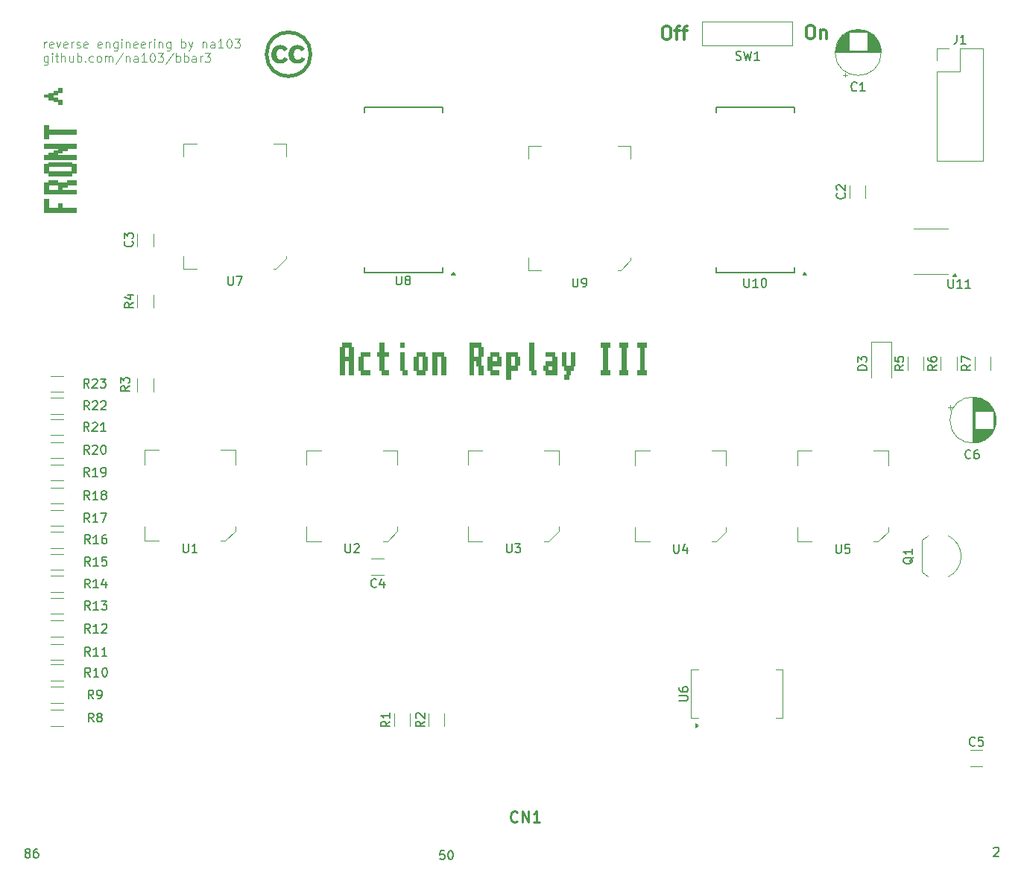
<source format=gbr>
%TF.GenerationSoftware,KiCad,Pcbnew,8.0.3*%
%TF.CreationDate,2025-02-02T19:27:09+01:00*%
%TF.ProjectId,BBARIII,42424152-4949-4492-9e6b-696361645f70,rev?*%
%TF.SameCoordinates,Original*%
%TF.FileFunction,Legend,Top*%
%TF.FilePolarity,Positive*%
%FSLAX46Y46*%
G04 Gerber Fmt 4.6, Leading zero omitted, Abs format (unit mm)*
G04 Created by KiCad (PCBNEW 8.0.3) date 2025-02-02 19:27:09*
%MOMM*%
%LPD*%
G01*
G04 APERTURE LIST*
%ADD10C,0.300000*%
%ADD11C,0.100000*%
%ADD12C,0.150000*%
%ADD13C,0.254000*%
%ADD14C,0.120000*%
%ADD15C,0.152400*%
%ADD16C,0.400000*%
%ADD17C,0.000000*%
G04 APERTURE END LIST*
D10*
X183560225Y-44640828D02*
X183845939Y-44640828D01*
X183845939Y-44640828D02*
X183988796Y-44712257D01*
X183988796Y-44712257D02*
X184131653Y-44855114D01*
X184131653Y-44855114D02*
X184203082Y-45140828D01*
X184203082Y-45140828D02*
X184203082Y-45640828D01*
X184203082Y-45640828D02*
X184131653Y-45926542D01*
X184131653Y-45926542D02*
X183988796Y-46069400D01*
X183988796Y-46069400D02*
X183845939Y-46140828D01*
X183845939Y-46140828D02*
X183560225Y-46140828D01*
X183560225Y-46140828D02*
X183417368Y-46069400D01*
X183417368Y-46069400D02*
X183274510Y-45926542D01*
X183274510Y-45926542D02*
X183203082Y-45640828D01*
X183203082Y-45640828D02*
X183203082Y-45140828D01*
X183203082Y-45140828D02*
X183274510Y-44855114D01*
X183274510Y-44855114D02*
X183417368Y-44712257D01*
X183417368Y-44712257D02*
X183560225Y-44640828D01*
X184845939Y-45140828D02*
X184845939Y-46140828D01*
X184845939Y-45283685D02*
X184917368Y-45212257D01*
X184917368Y-45212257D02*
X185060225Y-45140828D01*
X185060225Y-45140828D02*
X185274511Y-45140828D01*
X185274511Y-45140828D02*
X185417368Y-45212257D01*
X185417368Y-45212257D02*
X185488797Y-45355114D01*
X185488797Y-45355114D02*
X185488797Y-46140828D01*
G36*
X100354159Y-65406371D02*
G01*
X100354159Y-65978632D01*
X96649483Y-65978632D01*
X96649483Y-64360767D01*
X97220279Y-64360767D01*
X97220279Y-65406371D01*
X98197006Y-65406371D01*
X98197006Y-64876608D01*
X98767801Y-64876608D01*
X98767801Y-65406371D01*
X100354159Y-65406371D01*
G37*
G36*
X98243900Y-62520153D02*
G01*
X99275582Y-62520153D01*
X99275582Y-62276154D01*
X100354159Y-62276154D01*
X100354159Y-62848415D01*
X99322477Y-62848415D01*
X99322477Y-63092414D01*
X98767801Y-63092414D01*
X98767801Y-63307836D01*
X100354159Y-63307836D01*
X100354159Y-63880097D01*
X96649483Y-63880097D01*
X96649483Y-63307836D01*
X97220279Y-63307836D01*
X98197006Y-63307836D01*
X98197006Y-62848415D01*
X97220279Y-62848415D01*
X97220279Y-63307836D01*
X96649483Y-63307836D01*
X96649483Y-62520153D01*
X97165324Y-62520153D01*
X97165324Y-62276154D01*
X98243900Y-62276154D01*
X98243900Y-62520153D01*
G37*
G36*
X99830258Y-60421618D02*
G01*
X100354159Y-60421618D01*
X100354159Y-61500195D01*
X99830258Y-61500195D01*
X99830258Y-61781563D01*
X97165324Y-61781563D01*
X97165324Y-61500195D01*
X96649483Y-61500195D01*
X96649483Y-61209302D01*
X97220279Y-61209302D01*
X99783363Y-61209302D01*
X99783363Y-60749881D01*
X97220279Y-60749881D01*
X97220279Y-61209302D01*
X96649483Y-61209302D01*
X96649483Y-60421618D01*
X97165324Y-60421618D01*
X97165324Y-60177620D01*
X99830258Y-60177620D01*
X99830258Y-60421618D01*
G37*
G36*
X98759741Y-58913663D02*
G01*
X98759741Y-59176713D01*
X98243900Y-59176713D01*
X98243900Y-59392135D01*
X100354159Y-59392135D01*
X100354159Y-59964396D01*
X96649483Y-59964396D01*
X96649483Y-59392135D01*
X97165324Y-59392135D01*
X97165324Y-59129818D01*
X97681165Y-59129818D01*
X97681165Y-58866769D01*
X98243900Y-58866769D01*
X98243900Y-58651346D01*
X96649483Y-58651346D01*
X96649483Y-58079085D01*
X100354159Y-58079085D01*
X100354159Y-58651346D01*
X99322477Y-58651346D01*
X99322477Y-58913663D01*
X98759741Y-58913663D01*
G37*
G36*
X97220279Y-57068653D02*
G01*
X97220279Y-57584494D01*
X96649483Y-57584494D01*
X96649483Y-55943182D01*
X97220279Y-55943182D01*
X97220279Y-56496392D01*
X100354159Y-56496392D01*
X100354159Y-57068653D01*
X97220279Y-57068653D01*
G37*
G36*
X98235840Y-52346217D02*
G01*
X98235840Y-52590216D01*
X97728060Y-52590216D01*
X97728060Y-52824689D01*
X98235840Y-52824689D01*
X98235840Y-53096531D01*
X98759741Y-53096531D01*
X98759741Y-53668792D01*
X98188946Y-53668792D01*
X98188946Y-53396950D01*
X97681165Y-53396950D01*
X97681165Y-53143426D01*
X97165324Y-53143426D01*
X97165324Y-52871584D01*
X96649483Y-52871584D01*
X96649483Y-52543321D01*
X97165324Y-52543321D01*
X97165324Y-52299323D01*
X97681165Y-52299323D01*
X97681165Y-52064849D01*
X98188946Y-52064849D01*
X98188946Y-51764431D01*
X98759741Y-51764431D01*
X98759741Y-52346217D01*
X98235840Y-52346217D01*
G37*
G36*
X131601311Y-81250324D02*
G01*
X131845310Y-81250324D01*
X131845310Y-84439159D01*
X131273049Y-84439159D01*
X131273049Y-82852801D01*
X130813628Y-82852801D01*
X130813628Y-84439159D01*
X130241367Y-84439159D01*
X130241367Y-82282006D01*
X130813628Y-82282006D01*
X131273049Y-82282006D01*
X131273049Y-81305279D01*
X130813628Y-81305279D01*
X130813628Y-82282006D01*
X130241367Y-82282006D01*
X130241367Y-81250324D01*
X130522735Y-81250324D01*
X130522735Y-80734483D01*
X131601311Y-80734483D01*
X131601311Y-81250324D01*
G37*
G36*
X132621270Y-81766165D02*
G01*
X133699846Y-81766165D01*
X133699846Y-82336960D01*
X132912163Y-82336960D01*
X132912163Y-83868363D01*
X133699846Y-83868363D01*
X133699846Y-84439159D01*
X132621270Y-84439159D01*
X132621270Y-83915258D01*
X132339902Y-83915258D01*
X132339902Y-82282006D01*
X132621270Y-82282006D01*
X132621270Y-81766165D01*
G37*
G36*
X135282540Y-83868363D02*
G01*
X135798381Y-83868363D01*
X135798381Y-84439159D01*
X134954277Y-84439159D01*
X134954277Y-83923318D01*
X134710279Y-83923318D01*
X134710279Y-82336960D01*
X134438436Y-82336960D01*
X134438436Y-81766165D01*
X134710279Y-81766165D01*
X134710279Y-80734483D01*
X135282540Y-80734483D01*
X135282540Y-81766165D01*
X135798381Y-81766165D01*
X135798381Y-82336960D01*
X135282540Y-82336960D01*
X135282540Y-83868363D01*
G37*
G36*
X137052812Y-81766165D02*
G01*
X137625073Y-81766165D01*
X137625073Y-83868363D01*
X137896915Y-83868363D01*
X137896915Y-84439159D01*
X137324654Y-84439159D01*
X137324654Y-83923318D01*
X137052812Y-83923318D01*
X137052812Y-81766165D01*
G37*
G36*
X137052812Y-80734483D02*
G01*
X137625073Y-80734483D01*
X137625073Y-81305279D01*
X137052812Y-81305279D01*
X137052812Y-80734483D01*
G37*
G36*
X139995450Y-82282006D02*
G01*
X140239448Y-82282006D01*
X140239448Y-83915258D01*
X139995450Y-83915258D01*
X139995450Y-84439159D01*
X138916873Y-84439159D01*
X138916873Y-83915258D01*
X138635505Y-83915258D01*
X138635505Y-83868363D01*
X139207766Y-83868363D01*
X139667187Y-83868363D01*
X139667187Y-82336960D01*
X139207766Y-82336960D01*
X139207766Y-83868363D01*
X138635505Y-83868363D01*
X138635505Y-82282006D01*
X138916873Y-82282006D01*
X138916873Y-81766165D01*
X139995450Y-81766165D01*
X139995450Y-82282006D01*
G37*
G36*
X141306301Y-84439159D02*
G01*
X140734040Y-84439159D01*
X140734040Y-81766165D01*
X142075666Y-81766165D01*
X142075666Y-82282006D01*
X142337983Y-82282006D01*
X142337983Y-84439159D01*
X141765722Y-84439159D01*
X141765722Y-82336960D01*
X141306301Y-82336960D01*
X141306301Y-84439159D01*
G37*
G36*
X146291053Y-81250324D02*
G01*
X146535052Y-81250324D01*
X146535052Y-82328900D01*
X146291053Y-82328900D01*
X146291053Y-83360582D01*
X146535052Y-83360582D01*
X146535052Y-84439159D01*
X145962791Y-84439159D01*
X145962791Y-83407477D01*
X145718792Y-83407477D01*
X145718792Y-82852801D01*
X145503370Y-82852801D01*
X145503370Y-84439159D01*
X144931109Y-84439159D01*
X144931109Y-82282006D01*
X145503370Y-82282006D01*
X145962791Y-82282006D01*
X145962791Y-81305279D01*
X145503370Y-81305279D01*
X145503370Y-82282006D01*
X144931109Y-82282006D01*
X144931109Y-80734483D01*
X146291053Y-80734483D01*
X146291053Y-81250324D01*
G37*
G36*
X148389588Y-82282006D02*
G01*
X148633586Y-82282006D01*
X148633586Y-83407477D01*
X147601905Y-83407477D01*
X147601905Y-83868363D01*
X148389588Y-83868363D01*
X148389588Y-84439159D01*
X147311011Y-84439159D01*
X147311011Y-83915258D01*
X147029644Y-83915258D01*
X147029644Y-82836681D01*
X147601905Y-82836681D01*
X148061325Y-82836681D01*
X148061325Y-82336960D01*
X147601905Y-82336960D01*
X147601905Y-82836681D01*
X147029644Y-82836681D01*
X147029644Y-82282006D01*
X147311011Y-82282006D01*
X147311011Y-81766165D01*
X148389588Y-81766165D01*
X148389588Y-82282006D01*
G37*
G36*
X150469804Y-82282006D02*
G01*
X150732121Y-82282006D01*
X150732121Y-83360582D01*
X150469804Y-83360582D01*
X150469804Y-83923318D01*
X149700439Y-83923318D01*
X149700439Y-84955000D01*
X149128178Y-84955000D01*
X149128178Y-83352522D01*
X149700439Y-83352522D01*
X150159860Y-83352522D01*
X150159860Y-82336960D01*
X149700439Y-82336960D01*
X149700439Y-83352522D01*
X149128178Y-83352522D01*
X149128178Y-81766165D01*
X150469804Y-81766165D01*
X150469804Y-82282006D01*
G37*
G36*
X151742554Y-80734483D02*
G01*
X152314815Y-80734483D01*
X152314815Y-83868363D01*
X152586657Y-83868363D01*
X152586657Y-84439159D01*
X152014396Y-84439159D01*
X152014396Y-83923318D01*
X151742554Y-83923318D01*
X151742554Y-80734483D01*
G37*
G36*
X154685191Y-82290066D02*
G01*
X154929190Y-82290066D01*
X154929190Y-84439159D01*
X153606615Y-84439159D01*
X153606615Y-83915258D01*
X153325247Y-83915258D01*
X153325247Y-83868363D01*
X153897508Y-83868363D01*
X154356929Y-83868363D01*
X154356929Y-83399417D01*
X153897508Y-83399417D01*
X153897508Y-83868363D01*
X153325247Y-83868363D01*
X153325247Y-83352522D01*
X153606615Y-83352522D01*
X153606615Y-82836681D01*
X154356929Y-82836681D01*
X154356929Y-82336960D01*
X153606615Y-82336960D01*
X153606615Y-81766165D01*
X154685191Y-81766165D01*
X154685191Y-82290066D01*
G37*
G36*
X156464989Y-81766165D02*
G01*
X157027725Y-81766165D01*
X157027725Y-83407477D01*
X156774200Y-83407477D01*
X156774200Y-83923318D01*
X156511884Y-83923318D01*
X156511884Y-84439159D01*
X156267885Y-84439159D01*
X156267885Y-84955000D01*
X155695624Y-84955000D01*
X155695624Y-84384204D01*
X155949148Y-84384204D01*
X155949148Y-83923318D01*
X155695624Y-83923318D01*
X155695624Y-83407477D01*
X155423782Y-83407477D01*
X155423782Y-81766165D01*
X155996043Y-81766165D01*
X155996043Y-83360582D01*
X156464989Y-83360582D01*
X156464989Y-81766165D01*
G37*
G36*
X159855324Y-80734483D02*
G01*
X160933900Y-80734483D01*
X160933900Y-81305279D01*
X160699427Y-81305279D01*
X160699427Y-83868363D01*
X160933900Y-83868363D01*
X160933900Y-84439159D01*
X159855324Y-84439159D01*
X159855324Y-83868363D01*
X160127166Y-83868363D01*
X160127166Y-81305279D01*
X159855324Y-81305279D01*
X159855324Y-80734483D01*
G37*
G36*
X161953859Y-80734483D02*
G01*
X163032435Y-80734483D01*
X163032435Y-81305279D01*
X162797962Y-81305279D01*
X162797962Y-83868363D01*
X163032435Y-83868363D01*
X163032435Y-84439159D01*
X161953859Y-84439159D01*
X161953859Y-83868363D01*
X162225701Y-83868363D01*
X162225701Y-81305279D01*
X161953859Y-81305279D01*
X161953859Y-80734483D01*
G37*
G36*
X164052393Y-80734483D02*
G01*
X165130969Y-80734483D01*
X165130969Y-81305279D01*
X164896496Y-81305279D01*
X164896496Y-83868363D01*
X165130969Y-83868363D01*
X165130969Y-84439159D01*
X164052393Y-84439159D01*
X164052393Y-83868363D01*
X164324235Y-83868363D01*
X164324235Y-81305279D01*
X164052393Y-81305279D01*
X164052393Y-80734483D01*
G37*
D11*
X96643884Y-47192475D02*
X96643884Y-46525808D01*
X96643884Y-46716284D02*
X96691503Y-46621046D01*
X96691503Y-46621046D02*
X96739122Y-46573427D01*
X96739122Y-46573427D02*
X96834360Y-46525808D01*
X96834360Y-46525808D02*
X96929598Y-46525808D01*
X97643884Y-47144856D02*
X97548646Y-47192475D01*
X97548646Y-47192475D02*
X97358170Y-47192475D01*
X97358170Y-47192475D02*
X97262932Y-47144856D01*
X97262932Y-47144856D02*
X97215313Y-47049617D01*
X97215313Y-47049617D02*
X97215313Y-46668665D01*
X97215313Y-46668665D02*
X97262932Y-46573427D01*
X97262932Y-46573427D02*
X97358170Y-46525808D01*
X97358170Y-46525808D02*
X97548646Y-46525808D01*
X97548646Y-46525808D02*
X97643884Y-46573427D01*
X97643884Y-46573427D02*
X97691503Y-46668665D01*
X97691503Y-46668665D02*
X97691503Y-46763903D01*
X97691503Y-46763903D02*
X97215313Y-46859141D01*
X98024837Y-46525808D02*
X98262932Y-47192475D01*
X98262932Y-47192475D02*
X98501027Y-46525808D01*
X99262932Y-47144856D02*
X99167694Y-47192475D01*
X99167694Y-47192475D02*
X98977218Y-47192475D01*
X98977218Y-47192475D02*
X98881980Y-47144856D01*
X98881980Y-47144856D02*
X98834361Y-47049617D01*
X98834361Y-47049617D02*
X98834361Y-46668665D01*
X98834361Y-46668665D02*
X98881980Y-46573427D01*
X98881980Y-46573427D02*
X98977218Y-46525808D01*
X98977218Y-46525808D02*
X99167694Y-46525808D01*
X99167694Y-46525808D02*
X99262932Y-46573427D01*
X99262932Y-46573427D02*
X99310551Y-46668665D01*
X99310551Y-46668665D02*
X99310551Y-46763903D01*
X99310551Y-46763903D02*
X98834361Y-46859141D01*
X99739123Y-47192475D02*
X99739123Y-46525808D01*
X99739123Y-46716284D02*
X99786742Y-46621046D01*
X99786742Y-46621046D02*
X99834361Y-46573427D01*
X99834361Y-46573427D02*
X99929599Y-46525808D01*
X99929599Y-46525808D02*
X100024837Y-46525808D01*
X100310552Y-47144856D02*
X100405790Y-47192475D01*
X100405790Y-47192475D02*
X100596266Y-47192475D01*
X100596266Y-47192475D02*
X100691504Y-47144856D01*
X100691504Y-47144856D02*
X100739123Y-47049617D01*
X100739123Y-47049617D02*
X100739123Y-47001998D01*
X100739123Y-47001998D02*
X100691504Y-46906760D01*
X100691504Y-46906760D02*
X100596266Y-46859141D01*
X100596266Y-46859141D02*
X100453409Y-46859141D01*
X100453409Y-46859141D02*
X100358171Y-46811522D01*
X100358171Y-46811522D02*
X100310552Y-46716284D01*
X100310552Y-46716284D02*
X100310552Y-46668665D01*
X100310552Y-46668665D02*
X100358171Y-46573427D01*
X100358171Y-46573427D02*
X100453409Y-46525808D01*
X100453409Y-46525808D02*
X100596266Y-46525808D01*
X100596266Y-46525808D02*
X100691504Y-46573427D01*
X101548647Y-47144856D02*
X101453409Y-47192475D01*
X101453409Y-47192475D02*
X101262933Y-47192475D01*
X101262933Y-47192475D02*
X101167695Y-47144856D01*
X101167695Y-47144856D02*
X101120076Y-47049617D01*
X101120076Y-47049617D02*
X101120076Y-46668665D01*
X101120076Y-46668665D02*
X101167695Y-46573427D01*
X101167695Y-46573427D02*
X101262933Y-46525808D01*
X101262933Y-46525808D02*
X101453409Y-46525808D01*
X101453409Y-46525808D02*
X101548647Y-46573427D01*
X101548647Y-46573427D02*
X101596266Y-46668665D01*
X101596266Y-46668665D02*
X101596266Y-46763903D01*
X101596266Y-46763903D02*
X101120076Y-46859141D01*
X103167695Y-47144856D02*
X103072457Y-47192475D01*
X103072457Y-47192475D02*
X102881981Y-47192475D01*
X102881981Y-47192475D02*
X102786743Y-47144856D01*
X102786743Y-47144856D02*
X102739124Y-47049617D01*
X102739124Y-47049617D02*
X102739124Y-46668665D01*
X102739124Y-46668665D02*
X102786743Y-46573427D01*
X102786743Y-46573427D02*
X102881981Y-46525808D01*
X102881981Y-46525808D02*
X103072457Y-46525808D01*
X103072457Y-46525808D02*
X103167695Y-46573427D01*
X103167695Y-46573427D02*
X103215314Y-46668665D01*
X103215314Y-46668665D02*
X103215314Y-46763903D01*
X103215314Y-46763903D02*
X102739124Y-46859141D01*
X103643886Y-46525808D02*
X103643886Y-47192475D01*
X103643886Y-46621046D02*
X103691505Y-46573427D01*
X103691505Y-46573427D02*
X103786743Y-46525808D01*
X103786743Y-46525808D02*
X103929600Y-46525808D01*
X103929600Y-46525808D02*
X104024838Y-46573427D01*
X104024838Y-46573427D02*
X104072457Y-46668665D01*
X104072457Y-46668665D02*
X104072457Y-47192475D01*
X104977219Y-46525808D02*
X104977219Y-47335332D01*
X104977219Y-47335332D02*
X104929600Y-47430570D01*
X104929600Y-47430570D02*
X104881981Y-47478189D01*
X104881981Y-47478189D02*
X104786743Y-47525808D01*
X104786743Y-47525808D02*
X104643886Y-47525808D01*
X104643886Y-47525808D02*
X104548648Y-47478189D01*
X104977219Y-47144856D02*
X104881981Y-47192475D01*
X104881981Y-47192475D02*
X104691505Y-47192475D01*
X104691505Y-47192475D02*
X104596267Y-47144856D01*
X104596267Y-47144856D02*
X104548648Y-47097236D01*
X104548648Y-47097236D02*
X104501029Y-47001998D01*
X104501029Y-47001998D02*
X104501029Y-46716284D01*
X104501029Y-46716284D02*
X104548648Y-46621046D01*
X104548648Y-46621046D02*
X104596267Y-46573427D01*
X104596267Y-46573427D02*
X104691505Y-46525808D01*
X104691505Y-46525808D02*
X104881981Y-46525808D01*
X104881981Y-46525808D02*
X104977219Y-46573427D01*
X105453410Y-47192475D02*
X105453410Y-46525808D01*
X105453410Y-46192475D02*
X105405791Y-46240094D01*
X105405791Y-46240094D02*
X105453410Y-46287713D01*
X105453410Y-46287713D02*
X105501029Y-46240094D01*
X105501029Y-46240094D02*
X105453410Y-46192475D01*
X105453410Y-46192475D02*
X105453410Y-46287713D01*
X105929600Y-46525808D02*
X105929600Y-47192475D01*
X105929600Y-46621046D02*
X105977219Y-46573427D01*
X105977219Y-46573427D02*
X106072457Y-46525808D01*
X106072457Y-46525808D02*
X106215314Y-46525808D01*
X106215314Y-46525808D02*
X106310552Y-46573427D01*
X106310552Y-46573427D02*
X106358171Y-46668665D01*
X106358171Y-46668665D02*
X106358171Y-47192475D01*
X107215314Y-47144856D02*
X107120076Y-47192475D01*
X107120076Y-47192475D02*
X106929600Y-47192475D01*
X106929600Y-47192475D02*
X106834362Y-47144856D01*
X106834362Y-47144856D02*
X106786743Y-47049617D01*
X106786743Y-47049617D02*
X106786743Y-46668665D01*
X106786743Y-46668665D02*
X106834362Y-46573427D01*
X106834362Y-46573427D02*
X106929600Y-46525808D01*
X106929600Y-46525808D02*
X107120076Y-46525808D01*
X107120076Y-46525808D02*
X107215314Y-46573427D01*
X107215314Y-46573427D02*
X107262933Y-46668665D01*
X107262933Y-46668665D02*
X107262933Y-46763903D01*
X107262933Y-46763903D02*
X106786743Y-46859141D01*
X108072457Y-47144856D02*
X107977219Y-47192475D01*
X107977219Y-47192475D02*
X107786743Y-47192475D01*
X107786743Y-47192475D02*
X107691505Y-47144856D01*
X107691505Y-47144856D02*
X107643886Y-47049617D01*
X107643886Y-47049617D02*
X107643886Y-46668665D01*
X107643886Y-46668665D02*
X107691505Y-46573427D01*
X107691505Y-46573427D02*
X107786743Y-46525808D01*
X107786743Y-46525808D02*
X107977219Y-46525808D01*
X107977219Y-46525808D02*
X108072457Y-46573427D01*
X108072457Y-46573427D02*
X108120076Y-46668665D01*
X108120076Y-46668665D02*
X108120076Y-46763903D01*
X108120076Y-46763903D02*
X107643886Y-46859141D01*
X108548648Y-47192475D02*
X108548648Y-46525808D01*
X108548648Y-46716284D02*
X108596267Y-46621046D01*
X108596267Y-46621046D02*
X108643886Y-46573427D01*
X108643886Y-46573427D02*
X108739124Y-46525808D01*
X108739124Y-46525808D02*
X108834362Y-46525808D01*
X109167696Y-47192475D02*
X109167696Y-46525808D01*
X109167696Y-46192475D02*
X109120077Y-46240094D01*
X109120077Y-46240094D02*
X109167696Y-46287713D01*
X109167696Y-46287713D02*
X109215315Y-46240094D01*
X109215315Y-46240094D02*
X109167696Y-46192475D01*
X109167696Y-46192475D02*
X109167696Y-46287713D01*
X109643886Y-46525808D02*
X109643886Y-47192475D01*
X109643886Y-46621046D02*
X109691505Y-46573427D01*
X109691505Y-46573427D02*
X109786743Y-46525808D01*
X109786743Y-46525808D02*
X109929600Y-46525808D01*
X109929600Y-46525808D02*
X110024838Y-46573427D01*
X110024838Y-46573427D02*
X110072457Y-46668665D01*
X110072457Y-46668665D02*
X110072457Y-47192475D01*
X110977219Y-46525808D02*
X110977219Y-47335332D01*
X110977219Y-47335332D02*
X110929600Y-47430570D01*
X110929600Y-47430570D02*
X110881981Y-47478189D01*
X110881981Y-47478189D02*
X110786743Y-47525808D01*
X110786743Y-47525808D02*
X110643886Y-47525808D01*
X110643886Y-47525808D02*
X110548648Y-47478189D01*
X110977219Y-47144856D02*
X110881981Y-47192475D01*
X110881981Y-47192475D02*
X110691505Y-47192475D01*
X110691505Y-47192475D02*
X110596267Y-47144856D01*
X110596267Y-47144856D02*
X110548648Y-47097236D01*
X110548648Y-47097236D02*
X110501029Y-47001998D01*
X110501029Y-47001998D02*
X110501029Y-46716284D01*
X110501029Y-46716284D02*
X110548648Y-46621046D01*
X110548648Y-46621046D02*
X110596267Y-46573427D01*
X110596267Y-46573427D02*
X110691505Y-46525808D01*
X110691505Y-46525808D02*
X110881981Y-46525808D01*
X110881981Y-46525808D02*
X110977219Y-46573427D01*
X112215315Y-47192475D02*
X112215315Y-46192475D01*
X112215315Y-46573427D02*
X112310553Y-46525808D01*
X112310553Y-46525808D02*
X112501029Y-46525808D01*
X112501029Y-46525808D02*
X112596267Y-46573427D01*
X112596267Y-46573427D02*
X112643886Y-46621046D01*
X112643886Y-46621046D02*
X112691505Y-46716284D01*
X112691505Y-46716284D02*
X112691505Y-47001998D01*
X112691505Y-47001998D02*
X112643886Y-47097236D01*
X112643886Y-47097236D02*
X112596267Y-47144856D01*
X112596267Y-47144856D02*
X112501029Y-47192475D01*
X112501029Y-47192475D02*
X112310553Y-47192475D01*
X112310553Y-47192475D02*
X112215315Y-47144856D01*
X113024839Y-46525808D02*
X113262934Y-47192475D01*
X113501029Y-46525808D02*
X113262934Y-47192475D01*
X113262934Y-47192475D02*
X113167696Y-47430570D01*
X113167696Y-47430570D02*
X113120077Y-47478189D01*
X113120077Y-47478189D02*
X113024839Y-47525808D01*
X114643887Y-46525808D02*
X114643887Y-47192475D01*
X114643887Y-46621046D02*
X114691506Y-46573427D01*
X114691506Y-46573427D02*
X114786744Y-46525808D01*
X114786744Y-46525808D02*
X114929601Y-46525808D01*
X114929601Y-46525808D02*
X115024839Y-46573427D01*
X115024839Y-46573427D02*
X115072458Y-46668665D01*
X115072458Y-46668665D02*
X115072458Y-47192475D01*
X115977220Y-47192475D02*
X115977220Y-46668665D01*
X115977220Y-46668665D02*
X115929601Y-46573427D01*
X115929601Y-46573427D02*
X115834363Y-46525808D01*
X115834363Y-46525808D02*
X115643887Y-46525808D01*
X115643887Y-46525808D02*
X115548649Y-46573427D01*
X115977220Y-47144856D02*
X115881982Y-47192475D01*
X115881982Y-47192475D02*
X115643887Y-47192475D01*
X115643887Y-47192475D02*
X115548649Y-47144856D01*
X115548649Y-47144856D02*
X115501030Y-47049617D01*
X115501030Y-47049617D02*
X115501030Y-46954379D01*
X115501030Y-46954379D02*
X115548649Y-46859141D01*
X115548649Y-46859141D02*
X115643887Y-46811522D01*
X115643887Y-46811522D02*
X115881982Y-46811522D01*
X115881982Y-46811522D02*
X115977220Y-46763903D01*
X116977220Y-47192475D02*
X116405792Y-47192475D01*
X116691506Y-47192475D02*
X116691506Y-46192475D01*
X116691506Y-46192475D02*
X116596268Y-46335332D01*
X116596268Y-46335332D02*
X116501030Y-46430570D01*
X116501030Y-46430570D02*
X116405792Y-46478189D01*
X117596268Y-46192475D02*
X117691506Y-46192475D01*
X117691506Y-46192475D02*
X117786744Y-46240094D01*
X117786744Y-46240094D02*
X117834363Y-46287713D01*
X117834363Y-46287713D02*
X117881982Y-46382951D01*
X117881982Y-46382951D02*
X117929601Y-46573427D01*
X117929601Y-46573427D02*
X117929601Y-46811522D01*
X117929601Y-46811522D02*
X117881982Y-47001998D01*
X117881982Y-47001998D02*
X117834363Y-47097236D01*
X117834363Y-47097236D02*
X117786744Y-47144856D01*
X117786744Y-47144856D02*
X117691506Y-47192475D01*
X117691506Y-47192475D02*
X117596268Y-47192475D01*
X117596268Y-47192475D02*
X117501030Y-47144856D01*
X117501030Y-47144856D02*
X117453411Y-47097236D01*
X117453411Y-47097236D02*
X117405792Y-47001998D01*
X117405792Y-47001998D02*
X117358173Y-46811522D01*
X117358173Y-46811522D02*
X117358173Y-46573427D01*
X117358173Y-46573427D02*
X117405792Y-46382951D01*
X117405792Y-46382951D02*
X117453411Y-46287713D01*
X117453411Y-46287713D02*
X117501030Y-46240094D01*
X117501030Y-46240094D02*
X117596268Y-46192475D01*
X118262935Y-46192475D02*
X118881982Y-46192475D01*
X118881982Y-46192475D02*
X118548649Y-46573427D01*
X118548649Y-46573427D02*
X118691506Y-46573427D01*
X118691506Y-46573427D02*
X118786744Y-46621046D01*
X118786744Y-46621046D02*
X118834363Y-46668665D01*
X118834363Y-46668665D02*
X118881982Y-46763903D01*
X118881982Y-46763903D02*
X118881982Y-47001998D01*
X118881982Y-47001998D02*
X118834363Y-47097236D01*
X118834363Y-47097236D02*
X118786744Y-47144856D01*
X118786744Y-47144856D02*
X118691506Y-47192475D01*
X118691506Y-47192475D02*
X118405792Y-47192475D01*
X118405792Y-47192475D02*
X118310554Y-47144856D01*
X118310554Y-47144856D02*
X118262935Y-47097236D01*
X97072455Y-48135752D02*
X97072455Y-48945276D01*
X97072455Y-48945276D02*
X97024836Y-49040514D01*
X97024836Y-49040514D02*
X96977217Y-49088133D01*
X96977217Y-49088133D02*
X96881979Y-49135752D01*
X96881979Y-49135752D02*
X96739122Y-49135752D01*
X96739122Y-49135752D02*
X96643884Y-49088133D01*
X97072455Y-48754800D02*
X96977217Y-48802419D01*
X96977217Y-48802419D02*
X96786741Y-48802419D01*
X96786741Y-48802419D02*
X96691503Y-48754800D01*
X96691503Y-48754800D02*
X96643884Y-48707180D01*
X96643884Y-48707180D02*
X96596265Y-48611942D01*
X96596265Y-48611942D02*
X96596265Y-48326228D01*
X96596265Y-48326228D02*
X96643884Y-48230990D01*
X96643884Y-48230990D02*
X96691503Y-48183371D01*
X96691503Y-48183371D02*
X96786741Y-48135752D01*
X96786741Y-48135752D02*
X96977217Y-48135752D01*
X96977217Y-48135752D02*
X97072455Y-48183371D01*
X97548646Y-48802419D02*
X97548646Y-48135752D01*
X97548646Y-47802419D02*
X97501027Y-47850038D01*
X97501027Y-47850038D02*
X97548646Y-47897657D01*
X97548646Y-47897657D02*
X97596265Y-47850038D01*
X97596265Y-47850038D02*
X97548646Y-47802419D01*
X97548646Y-47802419D02*
X97548646Y-47897657D01*
X97881979Y-48135752D02*
X98262931Y-48135752D01*
X98024836Y-47802419D02*
X98024836Y-48659561D01*
X98024836Y-48659561D02*
X98072455Y-48754800D01*
X98072455Y-48754800D02*
X98167693Y-48802419D01*
X98167693Y-48802419D02*
X98262931Y-48802419D01*
X98596265Y-48802419D02*
X98596265Y-47802419D01*
X99024836Y-48802419D02*
X99024836Y-48278609D01*
X99024836Y-48278609D02*
X98977217Y-48183371D01*
X98977217Y-48183371D02*
X98881979Y-48135752D01*
X98881979Y-48135752D02*
X98739122Y-48135752D01*
X98739122Y-48135752D02*
X98643884Y-48183371D01*
X98643884Y-48183371D02*
X98596265Y-48230990D01*
X99929598Y-48135752D02*
X99929598Y-48802419D01*
X99501027Y-48135752D02*
X99501027Y-48659561D01*
X99501027Y-48659561D02*
X99548646Y-48754800D01*
X99548646Y-48754800D02*
X99643884Y-48802419D01*
X99643884Y-48802419D02*
X99786741Y-48802419D01*
X99786741Y-48802419D02*
X99881979Y-48754800D01*
X99881979Y-48754800D02*
X99929598Y-48707180D01*
X100405789Y-48802419D02*
X100405789Y-47802419D01*
X100405789Y-48183371D02*
X100501027Y-48135752D01*
X100501027Y-48135752D02*
X100691503Y-48135752D01*
X100691503Y-48135752D02*
X100786741Y-48183371D01*
X100786741Y-48183371D02*
X100834360Y-48230990D01*
X100834360Y-48230990D02*
X100881979Y-48326228D01*
X100881979Y-48326228D02*
X100881979Y-48611942D01*
X100881979Y-48611942D02*
X100834360Y-48707180D01*
X100834360Y-48707180D02*
X100786741Y-48754800D01*
X100786741Y-48754800D02*
X100691503Y-48802419D01*
X100691503Y-48802419D02*
X100501027Y-48802419D01*
X100501027Y-48802419D02*
X100405789Y-48754800D01*
X101310551Y-48707180D02*
X101358170Y-48754800D01*
X101358170Y-48754800D02*
X101310551Y-48802419D01*
X101310551Y-48802419D02*
X101262932Y-48754800D01*
X101262932Y-48754800D02*
X101310551Y-48707180D01*
X101310551Y-48707180D02*
X101310551Y-48802419D01*
X102215312Y-48754800D02*
X102120074Y-48802419D01*
X102120074Y-48802419D02*
X101929598Y-48802419D01*
X101929598Y-48802419D02*
X101834360Y-48754800D01*
X101834360Y-48754800D02*
X101786741Y-48707180D01*
X101786741Y-48707180D02*
X101739122Y-48611942D01*
X101739122Y-48611942D02*
X101739122Y-48326228D01*
X101739122Y-48326228D02*
X101786741Y-48230990D01*
X101786741Y-48230990D02*
X101834360Y-48183371D01*
X101834360Y-48183371D02*
X101929598Y-48135752D01*
X101929598Y-48135752D02*
X102120074Y-48135752D01*
X102120074Y-48135752D02*
X102215312Y-48183371D01*
X102786741Y-48802419D02*
X102691503Y-48754800D01*
X102691503Y-48754800D02*
X102643884Y-48707180D01*
X102643884Y-48707180D02*
X102596265Y-48611942D01*
X102596265Y-48611942D02*
X102596265Y-48326228D01*
X102596265Y-48326228D02*
X102643884Y-48230990D01*
X102643884Y-48230990D02*
X102691503Y-48183371D01*
X102691503Y-48183371D02*
X102786741Y-48135752D01*
X102786741Y-48135752D02*
X102929598Y-48135752D01*
X102929598Y-48135752D02*
X103024836Y-48183371D01*
X103024836Y-48183371D02*
X103072455Y-48230990D01*
X103072455Y-48230990D02*
X103120074Y-48326228D01*
X103120074Y-48326228D02*
X103120074Y-48611942D01*
X103120074Y-48611942D02*
X103072455Y-48707180D01*
X103072455Y-48707180D02*
X103024836Y-48754800D01*
X103024836Y-48754800D02*
X102929598Y-48802419D01*
X102929598Y-48802419D02*
X102786741Y-48802419D01*
X103548646Y-48802419D02*
X103548646Y-48135752D01*
X103548646Y-48230990D02*
X103596265Y-48183371D01*
X103596265Y-48183371D02*
X103691503Y-48135752D01*
X103691503Y-48135752D02*
X103834360Y-48135752D01*
X103834360Y-48135752D02*
X103929598Y-48183371D01*
X103929598Y-48183371D02*
X103977217Y-48278609D01*
X103977217Y-48278609D02*
X103977217Y-48802419D01*
X103977217Y-48278609D02*
X104024836Y-48183371D01*
X104024836Y-48183371D02*
X104120074Y-48135752D01*
X104120074Y-48135752D02*
X104262931Y-48135752D01*
X104262931Y-48135752D02*
X104358170Y-48183371D01*
X104358170Y-48183371D02*
X104405789Y-48278609D01*
X104405789Y-48278609D02*
X104405789Y-48802419D01*
X105596264Y-47754800D02*
X104739122Y-49040514D01*
X105929598Y-48135752D02*
X105929598Y-48802419D01*
X105929598Y-48230990D02*
X105977217Y-48183371D01*
X105977217Y-48183371D02*
X106072455Y-48135752D01*
X106072455Y-48135752D02*
X106215312Y-48135752D01*
X106215312Y-48135752D02*
X106310550Y-48183371D01*
X106310550Y-48183371D02*
X106358169Y-48278609D01*
X106358169Y-48278609D02*
X106358169Y-48802419D01*
X107262931Y-48802419D02*
X107262931Y-48278609D01*
X107262931Y-48278609D02*
X107215312Y-48183371D01*
X107215312Y-48183371D02*
X107120074Y-48135752D01*
X107120074Y-48135752D02*
X106929598Y-48135752D01*
X106929598Y-48135752D02*
X106834360Y-48183371D01*
X107262931Y-48754800D02*
X107167693Y-48802419D01*
X107167693Y-48802419D02*
X106929598Y-48802419D01*
X106929598Y-48802419D02*
X106834360Y-48754800D01*
X106834360Y-48754800D02*
X106786741Y-48659561D01*
X106786741Y-48659561D02*
X106786741Y-48564323D01*
X106786741Y-48564323D02*
X106834360Y-48469085D01*
X106834360Y-48469085D02*
X106929598Y-48421466D01*
X106929598Y-48421466D02*
X107167693Y-48421466D01*
X107167693Y-48421466D02*
X107262931Y-48373847D01*
X108262931Y-48802419D02*
X107691503Y-48802419D01*
X107977217Y-48802419D02*
X107977217Y-47802419D01*
X107977217Y-47802419D02*
X107881979Y-47945276D01*
X107881979Y-47945276D02*
X107786741Y-48040514D01*
X107786741Y-48040514D02*
X107691503Y-48088133D01*
X108881979Y-47802419D02*
X108977217Y-47802419D01*
X108977217Y-47802419D02*
X109072455Y-47850038D01*
X109072455Y-47850038D02*
X109120074Y-47897657D01*
X109120074Y-47897657D02*
X109167693Y-47992895D01*
X109167693Y-47992895D02*
X109215312Y-48183371D01*
X109215312Y-48183371D02*
X109215312Y-48421466D01*
X109215312Y-48421466D02*
X109167693Y-48611942D01*
X109167693Y-48611942D02*
X109120074Y-48707180D01*
X109120074Y-48707180D02*
X109072455Y-48754800D01*
X109072455Y-48754800D02*
X108977217Y-48802419D01*
X108977217Y-48802419D02*
X108881979Y-48802419D01*
X108881979Y-48802419D02*
X108786741Y-48754800D01*
X108786741Y-48754800D02*
X108739122Y-48707180D01*
X108739122Y-48707180D02*
X108691503Y-48611942D01*
X108691503Y-48611942D02*
X108643884Y-48421466D01*
X108643884Y-48421466D02*
X108643884Y-48183371D01*
X108643884Y-48183371D02*
X108691503Y-47992895D01*
X108691503Y-47992895D02*
X108739122Y-47897657D01*
X108739122Y-47897657D02*
X108786741Y-47850038D01*
X108786741Y-47850038D02*
X108881979Y-47802419D01*
X109548646Y-47802419D02*
X110167693Y-47802419D01*
X110167693Y-47802419D02*
X109834360Y-48183371D01*
X109834360Y-48183371D02*
X109977217Y-48183371D01*
X109977217Y-48183371D02*
X110072455Y-48230990D01*
X110072455Y-48230990D02*
X110120074Y-48278609D01*
X110120074Y-48278609D02*
X110167693Y-48373847D01*
X110167693Y-48373847D02*
X110167693Y-48611942D01*
X110167693Y-48611942D02*
X110120074Y-48707180D01*
X110120074Y-48707180D02*
X110072455Y-48754800D01*
X110072455Y-48754800D02*
X109977217Y-48802419D01*
X109977217Y-48802419D02*
X109691503Y-48802419D01*
X109691503Y-48802419D02*
X109596265Y-48754800D01*
X109596265Y-48754800D02*
X109548646Y-48707180D01*
X111310550Y-47754800D02*
X110453408Y-49040514D01*
X111643884Y-48802419D02*
X111643884Y-47802419D01*
X111643884Y-48183371D02*
X111739122Y-48135752D01*
X111739122Y-48135752D02*
X111929598Y-48135752D01*
X111929598Y-48135752D02*
X112024836Y-48183371D01*
X112024836Y-48183371D02*
X112072455Y-48230990D01*
X112072455Y-48230990D02*
X112120074Y-48326228D01*
X112120074Y-48326228D02*
X112120074Y-48611942D01*
X112120074Y-48611942D02*
X112072455Y-48707180D01*
X112072455Y-48707180D02*
X112024836Y-48754800D01*
X112024836Y-48754800D02*
X111929598Y-48802419D01*
X111929598Y-48802419D02*
X111739122Y-48802419D01*
X111739122Y-48802419D02*
X111643884Y-48754800D01*
X112548646Y-48802419D02*
X112548646Y-47802419D01*
X112548646Y-48183371D02*
X112643884Y-48135752D01*
X112643884Y-48135752D02*
X112834360Y-48135752D01*
X112834360Y-48135752D02*
X112929598Y-48183371D01*
X112929598Y-48183371D02*
X112977217Y-48230990D01*
X112977217Y-48230990D02*
X113024836Y-48326228D01*
X113024836Y-48326228D02*
X113024836Y-48611942D01*
X113024836Y-48611942D02*
X112977217Y-48707180D01*
X112977217Y-48707180D02*
X112929598Y-48754800D01*
X112929598Y-48754800D02*
X112834360Y-48802419D01*
X112834360Y-48802419D02*
X112643884Y-48802419D01*
X112643884Y-48802419D02*
X112548646Y-48754800D01*
X113881979Y-48802419D02*
X113881979Y-48278609D01*
X113881979Y-48278609D02*
X113834360Y-48183371D01*
X113834360Y-48183371D02*
X113739122Y-48135752D01*
X113739122Y-48135752D02*
X113548646Y-48135752D01*
X113548646Y-48135752D02*
X113453408Y-48183371D01*
X113881979Y-48754800D02*
X113786741Y-48802419D01*
X113786741Y-48802419D02*
X113548646Y-48802419D01*
X113548646Y-48802419D02*
X113453408Y-48754800D01*
X113453408Y-48754800D02*
X113405789Y-48659561D01*
X113405789Y-48659561D02*
X113405789Y-48564323D01*
X113405789Y-48564323D02*
X113453408Y-48469085D01*
X113453408Y-48469085D02*
X113548646Y-48421466D01*
X113548646Y-48421466D02*
X113786741Y-48421466D01*
X113786741Y-48421466D02*
X113881979Y-48373847D01*
X114358170Y-48802419D02*
X114358170Y-48135752D01*
X114358170Y-48326228D02*
X114405789Y-48230990D01*
X114405789Y-48230990D02*
X114453408Y-48183371D01*
X114453408Y-48183371D02*
X114548646Y-48135752D01*
X114548646Y-48135752D02*
X114643884Y-48135752D01*
X114881980Y-47802419D02*
X115501027Y-47802419D01*
X115501027Y-47802419D02*
X115167694Y-48183371D01*
X115167694Y-48183371D02*
X115310551Y-48183371D01*
X115310551Y-48183371D02*
X115405789Y-48230990D01*
X115405789Y-48230990D02*
X115453408Y-48278609D01*
X115453408Y-48278609D02*
X115501027Y-48373847D01*
X115501027Y-48373847D02*
X115501027Y-48611942D01*
X115501027Y-48611942D02*
X115453408Y-48707180D01*
X115453408Y-48707180D02*
X115405789Y-48754800D01*
X115405789Y-48754800D02*
X115310551Y-48802419D01*
X115310551Y-48802419D02*
X115024837Y-48802419D01*
X115024837Y-48802419D02*
X114929599Y-48754800D01*
X114929599Y-48754800D02*
X114881980Y-48707180D01*
D10*
X167210225Y-44740828D02*
X167495939Y-44740828D01*
X167495939Y-44740828D02*
X167638796Y-44812257D01*
X167638796Y-44812257D02*
X167781653Y-44955114D01*
X167781653Y-44955114D02*
X167853082Y-45240828D01*
X167853082Y-45240828D02*
X167853082Y-45740828D01*
X167853082Y-45740828D02*
X167781653Y-46026542D01*
X167781653Y-46026542D02*
X167638796Y-46169400D01*
X167638796Y-46169400D02*
X167495939Y-46240828D01*
X167495939Y-46240828D02*
X167210225Y-46240828D01*
X167210225Y-46240828D02*
X167067368Y-46169400D01*
X167067368Y-46169400D02*
X166924510Y-46026542D01*
X166924510Y-46026542D02*
X166853082Y-45740828D01*
X166853082Y-45740828D02*
X166853082Y-45240828D01*
X166853082Y-45240828D02*
X166924510Y-44955114D01*
X166924510Y-44955114D02*
X167067368Y-44812257D01*
X167067368Y-44812257D02*
X167210225Y-44740828D01*
X168281654Y-45240828D02*
X168853082Y-45240828D01*
X168495939Y-46240828D02*
X168495939Y-44955114D01*
X168495939Y-44955114D02*
X168567368Y-44812257D01*
X168567368Y-44812257D02*
X168710225Y-44740828D01*
X168710225Y-44740828D02*
X168853082Y-44740828D01*
X169138797Y-45240828D02*
X169710225Y-45240828D01*
X169353082Y-46240828D02*
X169353082Y-44955114D01*
X169353082Y-44955114D02*
X169424511Y-44812257D01*
X169424511Y-44812257D02*
X169567368Y-44740828D01*
X169567368Y-44740828D02*
X169710225Y-44740828D01*
D12*
X101857142Y-103564819D02*
X101523809Y-103088628D01*
X101285714Y-103564819D02*
X101285714Y-102564819D01*
X101285714Y-102564819D02*
X101666666Y-102564819D01*
X101666666Y-102564819D02*
X101761904Y-102612438D01*
X101761904Y-102612438D02*
X101809523Y-102660057D01*
X101809523Y-102660057D02*
X101857142Y-102755295D01*
X101857142Y-102755295D02*
X101857142Y-102898152D01*
X101857142Y-102898152D02*
X101809523Y-102993390D01*
X101809523Y-102993390D02*
X101761904Y-103041009D01*
X101761904Y-103041009D02*
X101666666Y-103088628D01*
X101666666Y-103088628D02*
X101285714Y-103088628D01*
X102809523Y-103564819D02*
X102238095Y-103564819D01*
X102523809Y-103564819D02*
X102523809Y-102564819D01*
X102523809Y-102564819D02*
X102428571Y-102707676D01*
X102428571Y-102707676D02*
X102333333Y-102802914D01*
X102333333Y-102802914D02*
X102238095Y-102850533D01*
X103666666Y-102564819D02*
X103476190Y-102564819D01*
X103476190Y-102564819D02*
X103380952Y-102612438D01*
X103380952Y-102612438D02*
X103333333Y-102660057D01*
X103333333Y-102660057D02*
X103238095Y-102802914D01*
X103238095Y-102802914D02*
X103190476Y-102993390D01*
X103190476Y-102993390D02*
X103190476Y-103374342D01*
X103190476Y-103374342D02*
X103238095Y-103469580D01*
X103238095Y-103469580D02*
X103285714Y-103517200D01*
X103285714Y-103517200D02*
X103380952Y-103564819D01*
X103380952Y-103564819D02*
X103571428Y-103564819D01*
X103571428Y-103564819D02*
X103666666Y-103517200D01*
X103666666Y-103517200D02*
X103714285Y-103469580D01*
X103714285Y-103469580D02*
X103761904Y-103374342D01*
X103761904Y-103374342D02*
X103761904Y-103136247D01*
X103761904Y-103136247D02*
X103714285Y-103041009D01*
X103714285Y-103041009D02*
X103666666Y-102993390D01*
X103666666Y-102993390D02*
X103571428Y-102945771D01*
X103571428Y-102945771D02*
X103380952Y-102945771D01*
X103380952Y-102945771D02*
X103285714Y-102993390D01*
X103285714Y-102993390D02*
X103238095Y-103041009D01*
X103238095Y-103041009D02*
X103190476Y-103136247D01*
X101837142Y-108584819D02*
X101503809Y-108108628D01*
X101265714Y-108584819D02*
X101265714Y-107584819D01*
X101265714Y-107584819D02*
X101646666Y-107584819D01*
X101646666Y-107584819D02*
X101741904Y-107632438D01*
X101741904Y-107632438D02*
X101789523Y-107680057D01*
X101789523Y-107680057D02*
X101837142Y-107775295D01*
X101837142Y-107775295D02*
X101837142Y-107918152D01*
X101837142Y-107918152D02*
X101789523Y-108013390D01*
X101789523Y-108013390D02*
X101741904Y-108061009D01*
X101741904Y-108061009D02*
X101646666Y-108108628D01*
X101646666Y-108108628D02*
X101265714Y-108108628D01*
X102789523Y-108584819D02*
X102218095Y-108584819D01*
X102503809Y-108584819D02*
X102503809Y-107584819D01*
X102503809Y-107584819D02*
X102408571Y-107727676D01*
X102408571Y-107727676D02*
X102313333Y-107822914D01*
X102313333Y-107822914D02*
X102218095Y-107870533D01*
X103646666Y-107918152D02*
X103646666Y-108584819D01*
X103408571Y-107537200D02*
X103170476Y-108251485D01*
X103170476Y-108251485D02*
X103789523Y-108251485D01*
X175231667Y-48537200D02*
X175374524Y-48584819D01*
X175374524Y-48584819D02*
X175612619Y-48584819D01*
X175612619Y-48584819D02*
X175707857Y-48537200D01*
X175707857Y-48537200D02*
X175755476Y-48489580D01*
X175755476Y-48489580D02*
X175803095Y-48394342D01*
X175803095Y-48394342D02*
X175803095Y-48299104D01*
X175803095Y-48299104D02*
X175755476Y-48203866D01*
X175755476Y-48203866D02*
X175707857Y-48156247D01*
X175707857Y-48156247D02*
X175612619Y-48108628D01*
X175612619Y-48108628D02*
X175422143Y-48061009D01*
X175422143Y-48061009D02*
X175326905Y-48013390D01*
X175326905Y-48013390D02*
X175279286Y-47965771D01*
X175279286Y-47965771D02*
X175231667Y-47870533D01*
X175231667Y-47870533D02*
X175231667Y-47775295D01*
X175231667Y-47775295D02*
X175279286Y-47680057D01*
X175279286Y-47680057D02*
X175326905Y-47632438D01*
X175326905Y-47632438D02*
X175422143Y-47584819D01*
X175422143Y-47584819D02*
X175660238Y-47584819D01*
X175660238Y-47584819D02*
X175803095Y-47632438D01*
X176136429Y-47584819D02*
X176374524Y-48584819D01*
X176374524Y-48584819D02*
X176565000Y-47870533D01*
X176565000Y-47870533D02*
X176755476Y-48584819D01*
X176755476Y-48584819D02*
X176993572Y-47584819D01*
X177898333Y-48584819D02*
X177326905Y-48584819D01*
X177612619Y-48584819D02*
X177612619Y-47584819D01*
X177612619Y-47584819D02*
X177517381Y-47727676D01*
X177517381Y-47727676D02*
X177422143Y-47822914D01*
X177422143Y-47822914D02*
X177326905Y-47870533D01*
X188948333Y-52014581D02*
X188900714Y-52062201D01*
X188900714Y-52062201D02*
X188757857Y-52109820D01*
X188757857Y-52109820D02*
X188662619Y-52109820D01*
X188662619Y-52109820D02*
X188519762Y-52062201D01*
X188519762Y-52062201D02*
X188424524Y-51966962D01*
X188424524Y-51966962D02*
X188376905Y-51871724D01*
X188376905Y-51871724D02*
X188329286Y-51681248D01*
X188329286Y-51681248D02*
X188329286Y-51538391D01*
X188329286Y-51538391D02*
X188376905Y-51347915D01*
X188376905Y-51347915D02*
X188424524Y-51252677D01*
X188424524Y-51252677D02*
X188519762Y-51157439D01*
X188519762Y-51157439D02*
X188662619Y-51109820D01*
X188662619Y-51109820D02*
X188757857Y-51109820D01*
X188757857Y-51109820D02*
X188900714Y-51157439D01*
X188900714Y-51157439D02*
X188948333Y-51205058D01*
X189900714Y-52109820D02*
X189329286Y-52109820D01*
X189615000Y-52109820D02*
X189615000Y-51109820D01*
X189615000Y-51109820D02*
X189519762Y-51252677D01*
X189519762Y-51252677D02*
X189424524Y-51347915D01*
X189424524Y-51347915D02*
X189329286Y-51395534D01*
X156697295Y-73382319D02*
X156697295Y-74191842D01*
X156697295Y-74191842D02*
X156744914Y-74287080D01*
X156744914Y-74287080D02*
X156792533Y-74334700D01*
X156792533Y-74334700D02*
X156887771Y-74382319D01*
X156887771Y-74382319D02*
X157078247Y-74382319D01*
X157078247Y-74382319D02*
X157173485Y-74334700D01*
X157173485Y-74334700D02*
X157221104Y-74287080D01*
X157221104Y-74287080D02*
X157268723Y-74191842D01*
X157268723Y-74191842D02*
X157268723Y-73382319D01*
X157792533Y-74382319D02*
X157983009Y-74382319D01*
X157983009Y-74382319D02*
X158078247Y-74334700D01*
X158078247Y-74334700D02*
X158125866Y-74287080D01*
X158125866Y-74287080D02*
X158221104Y-74144223D01*
X158221104Y-74144223D02*
X158268723Y-73953747D01*
X158268723Y-73953747D02*
X158268723Y-73572795D01*
X158268723Y-73572795D02*
X158221104Y-73477557D01*
X158221104Y-73477557D02*
X158173485Y-73429938D01*
X158173485Y-73429938D02*
X158078247Y-73382319D01*
X158078247Y-73382319D02*
X157887771Y-73382319D01*
X157887771Y-73382319D02*
X157792533Y-73429938D01*
X157792533Y-73429938D02*
X157744914Y-73477557D01*
X157744914Y-73477557D02*
X157697295Y-73572795D01*
X157697295Y-73572795D02*
X157697295Y-73810890D01*
X157697295Y-73810890D02*
X157744914Y-73906128D01*
X157744914Y-73906128D02*
X157792533Y-73953747D01*
X157792533Y-73953747D02*
X157887771Y-74001366D01*
X157887771Y-74001366D02*
X158078247Y-74001366D01*
X158078247Y-74001366D02*
X158173485Y-73953747D01*
X158173485Y-73953747D02*
X158221104Y-73906128D01*
X158221104Y-73906128D02*
X158268723Y-73810890D01*
X195355057Y-105100238D02*
X195307438Y-105195476D01*
X195307438Y-105195476D02*
X195212200Y-105290714D01*
X195212200Y-105290714D02*
X195069342Y-105433571D01*
X195069342Y-105433571D02*
X195021723Y-105528809D01*
X195021723Y-105528809D02*
X195021723Y-105624047D01*
X195259819Y-105576428D02*
X195212200Y-105671666D01*
X195212200Y-105671666D02*
X195116961Y-105766904D01*
X195116961Y-105766904D02*
X194926485Y-105814523D01*
X194926485Y-105814523D02*
X194593152Y-105814523D01*
X194593152Y-105814523D02*
X194402676Y-105766904D01*
X194402676Y-105766904D02*
X194307438Y-105671666D01*
X194307438Y-105671666D02*
X194259819Y-105576428D01*
X194259819Y-105576428D02*
X194259819Y-105385952D01*
X194259819Y-105385952D02*
X194307438Y-105290714D01*
X194307438Y-105290714D02*
X194402676Y-105195476D01*
X194402676Y-105195476D02*
X194593152Y-105147857D01*
X194593152Y-105147857D02*
X194926485Y-105147857D01*
X194926485Y-105147857D02*
X195116961Y-105195476D01*
X195116961Y-105195476D02*
X195212200Y-105290714D01*
X195212200Y-105290714D02*
X195259819Y-105385952D01*
X195259819Y-105385952D02*
X195259819Y-105576428D01*
X195259819Y-104195476D02*
X195259819Y-104766904D01*
X195259819Y-104481190D02*
X194259819Y-104481190D01*
X194259819Y-104481190D02*
X194402676Y-104576428D01*
X194402676Y-104576428D02*
X194497914Y-104671666D01*
X194497914Y-104671666D02*
X194545533Y-104766904D01*
X101797142Y-101124819D02*
X101463809Y-100648628D01*
X101225714Y-101124819D02*
X101225714Y-100124819D01*
X101225714Y-100124819D02*
X101606666Y-100124819D01*
X101606666Y-100124819D02*
X101701904Y-100172438D01*
X101701904Y-100172438D02*
X101749523Y-100220057D01*
X101749523Y-100220057D02*
X101797142Y-100315295D01*
X101797142Y-100315295D02*
X101797142Y-100458152D01*
X101797142Y-100458152D02*
X101749523Y-100553390D01*
X101749523Y-100553390D02*
X101701904Y-100601009D01*
X101701904Y-100601009D02*
X101606666Y-100648628D01*
X101606666Y-100648628D02*
X101225714Y-100648628D01*
X102749523Y-101124819D02*
X102178095Y-101124819D01*
X102463809Y-101124819D02*
X102463809Y-100124819D01*
X102463809Y-100124819D02*
X102368571Y-100267676D01*
X102368571Y-100267676D02*
X102273333Y-100362914D01*
X102273333Y-100362914D02*
X102178095Y-100410533D01*
X103082857Y-100124819D02*
X103749523Y-100124819D01*
X103749523Y-100124819D02*
X103320952Y-101124819D01*
X168178095Y-103624819D02*
X168178095Y-104434342D01*
X168178095Y-104434342D02*
X168225714Y-104529580D01*
X168225714Y-104529580D02*
X168273333Y-104577200D01*
X168273333Y-104577200D02*
X168368571Y-104624819D01*
X168368571Y-104624819D02*
X168559047Y-104624819D01*
X168559047Y-104624819D02*
X168654285Y-104577200D01*
X168654285Y-104577200D02*
X168701904Y-104529580D01*
X168701904Y-104529580D02*
X168749523Y-104434342D01*
X168749523Y-104434342D02*
X168749523Y-103624819D01*
X169654285Y-103958152D02*
X169654285Y-104624819D01*
X169416190Y-103577200D02*
X169178095Y-104291485D01*
X169178095Y-104291485D02*
X169797142Y-104291485D01*
X106319819Y-85646666D02*
X105843628Y-85979999D01*
X106319819Y-86218094D02*
X105319819Y-86218094D01*
X105319819Y-86218094D02*
X105319819Y-85837142D01*
X105319819Y-85837142D02*
X105367438Y-85741904D01*
X105367438Y-85741904D02*
X105415057Y-85694285D01*
X105415057Y-85694285D02*
X105510295Y-85646666D01*
X105510295Y-85646666D02*
X105653152Y-85646666D01*
X105653152Y-85646666D02*
X105748390Y-85694285D01*
X105748390Y-85694285D02*
X105796009Y-85741904D01*
X105796009Y-85741904D02*
X105843628Y-85837142D01*
X105843628Y-85837142D02*
X105843628Y-86218094D01*
X105319819Y-85313332D02*
X105319819Y-84694285D01*
X105319819Y-84694285D02*
X105700771Y-85027618D01*
X105700771Y-85027618D02*
X105700771Y-84884761D01*
X105700771Y-84884761D02*
X105748390Y-84789523D01*
X105748390Y-84789523D02*
X105796009Y-84741904D01*
X105796009Y-84741904D02*
X105891247Y-84694285D01*
X105891247Y-84694285D02*
X106129342Y-84694285D01*
X106129342Y-84694285D02*
X106224580Y-84741904D01*
X106224580Y-84741904D02*
X106272200Y-84789523D01*
X106272200Y-84789523D02*
X106319819Y-84884761D01*
X106319819Y-84884761D02*
X106319819Y-85170475D01*
X106319819Y-85170475D02*
X106272200Y-85265713D01*
X106272200Y-85265713D02*
X106224580Y-85313332D01*
X187549580Y-63721666D02*
X187597200Y-63769285D01*
X187597200Y-63769285D02*
X187644819Y-63912142D01*
X187644819Y-63912142D02*
X187644819Y-64007380D01*
X187644819Y-64007380D02*
X187597200Y-64150237D01*
X187597200Y-64150237D02*
X187501961Y-64245475D01*
X187501961Y-64245475D02*
X187406723Y-64293094D01*
X187406723Y-64293094D02*
X187216247Y-64340713D01*
X187216247Y-64340713D02*
X187073390Y-64340713D01*
X187073390Y-64340713D02*
X186882914Y-64293094D01*
X186882914Y-64293094D02*
X186787676Y-64245475D01*
X186787676Y-64245475D02*
X186692438Y-64150237D01*
X186692438Y-64150237D02*
X186644819Y-64007380D01*
X186644819Y-64007380D02*
X186644819Y-63912142D01*
X186644819Y-63912142D02*
X186692438Y-63769285D01*
X186692438Y-63769285D02*
X186740057Y-63721666D01*
X186740057Y-63340713D02*
X186692438Y-63293094D01*
X186692438Y-63293094D02*
X186644819Y-63197856D01*
X186644819Y-63197856D02*
X186644819Y-62959761D01*
X186644819Y-62959761D02*
X186692438Y-62864523D01*
X186692438Y-62864523D02*
X186740057Y-62816904D01*
X186740057Y-62816904D02*
X186835295Y-62769285D01*
X186835295Y-62769285D02*
X186930533Y-62769285D01*
X186930533Y-62769285D02*
X187073390Y-62816904D01*
X187073390Y-62816904D02*
X187644819Y-63388332D01*
X187644819Y-63388332D02*
X187644819Y-62769285D01*
X204524286Y-138180057D02*
X204571905Y-138132438D01*
X204571905Y-138132438D02*
X204667143Y-138084819D01*
X204667143Y-138084819D02*
X204905238Y-138084819D01*
X204905238Y-138084819D02*
X205000476Y-138132438D01*
X205000476Y-138132438D02*
X205048095Y-138180057D01*
X205048095Y-138180057D02*
X205095714Y-138275295D01*
X205095714Y-138275295D02*
X205095714Y-138370533D01*
X205095714Y-138370533D02*
X205048095Y-138513390D01*
X205048095Y-138513390D02*
X204476667Y-139084819D01*
X204476667Y-139084819D02*
X205095714Y-139084819D01*
X94658571Y-138693390D02*
X94563333Y-138645771D01*
X94563333Y-138645771D02*
X94515714Y-138598152D01*
X94515714Y-138598152D02*
X94468095Y-138502914D01*
X94468095Y-138502914D02*
X94468095Y-138455295D01*
X94468095Y-138455295D02*
X94515714Y-138360057D01*
X94515714Y-138360057D02*
X94563333Y-138312438D01*
X94563333Y-138312438D02*
X94658571Y-138264819D01*
X94658571Y-138264819D02*
X94849047Y-138264819D01*
X94849047Y-138264819D02*
X94944285Y-138312438D01*
X94944285Y-138312438D02*
X94991904Y-138360057D01*
X94991904Y-138360057D02*
X95039523Y-138455295D01*
X95039523Y-138455295D02*
X95039523Y-138502914D01*
X95039523Y-138502914D02*
X94991904Y-138598152D01*
X94991904Y-138598152D02*
X94944285Y-138645771D01*
X94944285Y-138645771D02*
X94849047Y-138693390D01*
X94849047Y-138693390D02*
X94658571Y-138693390D01*
X94658571Y-138693390D02*
X94563333Y-138741009D01*
X94563333Y-138741009D02*
X94515714Y-138788628D01*
X94515714Y-138788628D02*
X94468095Y-138883866D01*
X94468095Y-138883866D02*
X94468095Y-139074342D01*
X94468095Y-139074342D02*
X94515714Y-139169580D01*
X94515714Y-139169580D02*
X94563333Y-139217200D01*
X94563333Y-139217200D02*
X94658571Y-139264819D01*
X94658571Y-139264819D02*
X94849047Y-139264819D01*
X94849047Y-139264819D02*
X94944285Y-139217200D01*
X94944285Y-139217200D02*
X94991904Y-139169580D01*
X94991904Y-139169580D02*
X95039523Y-139074342D01*
X95039523Y-139074342D02*
X95039523Y-138883866D01*
X95039523Y-138883866D02*
X94991904Y-138788628D01*
X94991904Y-138788628D02*
X94944285Y-138741009D01*
X94944285Y-138741009D02*
X94849047Y-138693390D01*
X95896666Y-138264819D02*
X95706190Y-138264819D01*
X95706190Y-138264819D02*
X95610952Y-138312438D01*
X95610952Y-138312438D02*
X95563333Y-138360057D01*
X95563333Y-138360057D02*
X95468095Y-138502914D01*
X95468095Y-138502914D02*
X95420476Y-138693390D01*
X95420476Y-138693390D02*
X95420476Y-139074342D01*
X95420476Y-139074342D02*
X95468095Y-139169580D01*
X95468095Y-139169580D02*
X95515714Y-139217200D01*
X95515714Y-139217200D02*
X95610952Y-139264819D01*
X95610952Y-139264819D02*
X95801428Y-139264819D01*
X95801428Y-139264819D02*
X95896666Y-139217200D01*
X95896666Y-139217200D02*
X95944285Y-139169580D01*
X95944285Y-139169580D02*
X95991904Y-139074342D01*
X95991904Y-139074342D02*
X95991904Y-138836247D01*
X95991904Y-138836247D02*
X95944285Y-138741009D01*
X95944285Y-138741009D02*
X95896666Y-138693390D01*
X95896666Y-138693390D02*
X95801428Y-138645771D01*
X95801428Y-138645771D02*
X95610952Y-138645771D01*
X95610952Y-138645771D02*
X95515714Y-138693390D01*
X95515714Y-138693390D02*
X95468095Y-138741009D01*
X95468095Y-138741009D02*
X95420476Y-138836247D01*
X142101904Y-138454819D02*
X141625714Y-138454819D01*
X141625714Y-138454819D02*
X141578095Y-138931009D01*
X141578095Y-138931009D02*
X141625714Y-138883390D01*
X141625714Y-138883390D02*
X141720952Y-138835771D01*
X141720952Y-138835771D02*
X141959047Y-138835771D01*
X141959047Y-138835771D02*
X142054285Y-138883390D01*
X142054285Y-138883390D02*
X142101904Y-138931009D01*
X142101904Y-138931009D02*
X142149523Y-139026247D01*
X142149523Y-139026247D02*
X142149523Y-139264342D01*
X142149523Y-139264342D02*
X142101904Y-139359580D01*
X142101904Y-139359580D02*
X142054285Y-139407200D01*
X142054285Y-139407200D02*
X141959047Y-139454819D01*
X141959047Y-139454819D02*
X141720952Y-139454819D01*
X141720952Y-139454819D02*
X141625714Y-139407200D01*
X141625714Y-139407200D02*
X141578095Y-139359580D01*
X142768571Y-138454819D02*
X142863809Y-138454819D01*
X142863809Y-138454819D02*
X142959047Y-138502438D01*
X142959047Y-138502438D02*
X143006666Y-138550057D01*
X143006666Y-138550057D02*
X143054285Y-138645295D01*
X143054285Y-138645295D02*
X143101904Y-138835771D01*
X143101904Y-138835771D02*
X143101904Y-139073866D01*
X143101904Y-139073866D02*
X143054285Y-139264342D01*
X143054285Y-139264342D02*
X143006666Y-139359580D01*
X143006666Y-139359580D02*
X142959047Y-139407200D01*
X142959047Y-139407200D02*
X142863809Y-139454819D01*
X142863809Y-139454819D02*
X142768571Y-139454819D01*
X142768571Y-139454819D02*
X142673333Y-139407200D01*
X142673333Y-139407200D02*
X142625714Y-139359580D01*
X142625714Y-139359580D02*
X142578095Y-139264342D01*
X142578095Y-139264342D02*
X142530476Y-139073866D01*
X142530476Y-139073866D02*
X142530476Y-138835771D01*
X142530476Y-138835771D02*
X142578095Y-138645295D01*
X142578095Y-138645295D02*
X142625714Y-138550057D01*
X142625714Y-138550057D02*
X142673333Y-138502438D01*
X142673333Y-138502438D02*
X142768571Y-138454819D01*
D13*
X150393095Y-135123365D02*
X150332619Y-135183842D01*
X150332619Y-135183842D02*
X150151190Y-135244318D01*
X150151190Y-135244318D02*
X150030238Y-135244318D01*
X150030238Y-135244318D02*
X149848809Y-135183842D01*
X149848809Y-135183842D02*
X149727857Y-135062889D01*
X149727857Y-135062889D02*
X149667380Y-134941937D01*
X149667380Y-134941937D02*
X149606904Y-134700032D01*
X149606904Y-134700032D02*
X149606904Y-134518603D01*
X149606904Y-134518603D02*
X149667380Y-134276699D01*
X149667380Y-134276699D02*
X149727857Y-134155746D01*
X149727857Y-134155746D02*
X149848809Y-134034794D01*
X149848809Y-134034794D02*
X150030238Y-133974318D01*
X150030238Y-133974318D02*
X150151190Y-133974318D01*
X150151190Y-133974318D02*
X150332619Y-134034794D01*
X150332619Y-134034794D02*
X150393095Y-134095270D01*
X150937380Y-135244318D02*
X150937380Y-133974318D01*
X150937380Y-133974318D02*
X151663095Y-135244318D01*
X151663095Y-135244318D02*
X151663095Y-133974318D01*
X152933095Y-135244318D02*
X152207380Y-135244318D01*
X152570237Y-135244318D02*
X152570237Y-133974318D01*
X152570237Y-133974318D02*
X152449285Y-134155746D01*
X152449285Y-134155746D02*
X152328333Y-134276699D01*
X152328333Y-134276699D02*
X152207380Y-134337175D01*
D12*
X102233333Y-121214819D02*
X101900000Y-120738628D01*
X101661905Y-121214819D02*
X101661905Y-120214819D01*
X101661905Y-120214819D02*
X102042857Y-120214819D01*
X102042857Y-120214819D02*
X102138095Y-120262438D01*
X102138095Y-120262438D02*
X102185714Y-120310057D01*
X102185714Y-120310057D02*
X102233333Y-120405295D01*
X102233333Y-120405295D02*
X102233333Y-120548152D01*
X102233333Y-120548152D02*
X102185714Y-120643390D01*
X102185714Y-120643390D02*
X102138095Y-120691009D01*
X102138095Y-120691009D02*
X102042857Y-120738628D01*
X102042857Y-120738628D02*
X101661905Y-120738628D01*
X102709524Y-121214819D02*
X102900000Y-121214819D01*
X102900000Y-121214819D02*
X102995238Y-121167200D01*
X102995238Y-121167200D02*
X103042857Y-121119580D01*
X103042857Y-121119580D02*
X103138095Y-120976723D01*
X103138095Y-120976723D02*
X103185714Y-120786247D01*
X103185714Y-120786247D02*
X103185714Y-120405295D01*
X103185714Y-120405295D02*
X103138095Y-120310057D01*
X103138095Y-120310057D02*
X103090476Y-120262438D01*
X103090476Y-120262438D02*
X102995238Y-120214819D01*
X102995238Y-120214819D02*
X102804762Y-120214819D01*
X102804762Y-120214819D02*
X102709524Y-120262438D01*
X102709524Y-120262438D02*
X102661905Y-120310057D01*
X102661905Y-120310057D02*
X102614286Y-120405295D01*
X102614286Y-120405295D02*
X102614286Y-120643390D01*
X102614286Y-120643390D02*
X102661905Y-120738628D01*
X102661905Y-120738628D02*
X102709524Y-120786247D01*
X102709524Y-120786247D02*
X102804762Y-120833866D01*
X102804762Y-120833866D02*
X102995238Y-120833866D01*
X102995238Y-120833866D02*
X103090476Y-120786247D01*
X103090476Y-120786247D02*
X103138095Y-120738628D01*
X103138095Y-120738628D02*
X103185714Y-120643390D01*
X101867142Y-113684819D02*
X101533809Y-113208628D01*
X101295714Y-113684819D02*
X101295714Y-112684819D01*
X101295714Y-112684819D02*
X101676666Y-112684819D01*
X101676666Y-112684819D02*
X101771904Y-112732438D01*
X101771904Y-112732438D02*
X101819523Y-112780057D01*
X101819523Y-112780057D02*
X101867142Y-112875295D01*
X101867142Y-112875295D02*
X101867142Y-113018152D01*
X101867142Y-113018152D02*
X101819523Y-113113390D01*
X101819523Y-113113390D02*
X101771904Y-113161009D01*
X101771904Y-113161009D02*
X101676666Y-113208628D01*
X101676666Y-113208628D02*
X101295714Y-113208628D01*
X102819523Y-113684819D02*
X102248095Y-113684819D01*
X102533809Y-113684819D02*
X102533809Y-112684819D01*
X102533809Y-112684819D02*
X102438571Y-112827676D01*
X102438571Y-112827676D02*
X102343333Y-112922914D01*
X102343333Y-112922914D02*
X102248095Y-112970533D01*
X103200476Y-112780057D02*
X103248095Y-112732438D01*
X103248095Y-112732438D02*
X103343333Y-112684819D01*
X103343333Y-112684819D02*
X103581428Y-112684819D01*
X103581428Y-112684819D02*
X103676666Y-112732438D01*
X103676666Y-112732438D02*
X103724285Y-112780057D01*
X103724285Y-112780057D02*
X103771904Y-112875295D01*
X103771904Y-112875295D02*
X103771904Y-112970533D01*
X103771904Y-112970533D02*
X103724285Y-113113390D01*
X103724285Y-113113390D02*
X103152857Y-113684819D01*
X103152857Y-113684819D02*
X103771904Y-113684819D01*
X136648095Y-73139819D02*
X136648095Y-73949342D01*
X136648095Y-73949342D02*
X136695714Y-74044580D01*
X136695714Y-74044580D02*
X136743333Y-74092200D01*
X136743333Y-74092200D02*
X136838571Y-74139819D01*
X136838571Y-74139819D02*
X137029047Y-74139819D01*
X137029047Y-74139819D02*
X137124285Y-74092200D01*
X137124285Y-74092200D02*
X137171904Y-74044580D01*
X137171904Y-74044580D02*
X137219523Y-73949342D01*
X137219523Y-73949342D02*
X137219523Y-73139819D01*
X137838571Y-73568390D02*
X137743333Y-73520771D01*
X137743333Y-73520771D02*
X137695714Y-73473152D01*
X137695714Y-73473152D02*
X137648095Y-73377914D01*
X137648095Y-73377914D02*
X137648095Y-73330295D01*
X137648095Y-73330295D02*
X137695714Y-73235057D01*
X137695714Y-73235057D02*
X137743333Y-73187438D01*
X137743333Y-73187438D02*
X137838571Y-73139819D01*
X137838571Y-73139819D02*
X138029047Y-73139819D01*
X138029047Y-73139819D02*
X138124285Y-73187438D01*
X138124285Y-73187438D02*
X138171904Y-73235057D01*
X138171904Y-73235057D02*
X138219523Y-73330295D01*
X138219523Y-73330295D02*
X138219523Y-73377914D01*
X138219523Y-73377914D02*
X138171904Y-73473152D01*
X138171904Y-73473152D02*
X138124285Y-73520771D01*
X138124285Y-73520771D02*
X138029047Y-73568390D01*
X138029047Y-73568390D02*
X137838571Y-73568390D01*
X137838571Y-73568390D02*
X137743333Y-73616009D01*
X137743333Y-73616009D02*
X137695714Y-73663628D01*
X137695714Y-73663628D02*
X137648095Y-73758866D01*
X137648095Y-73758866D02*
X137648095Y-73949342D01*
X137648095Y-73949342D02*
X137695714Y-74044580D01*
X137695714Y-74044580D02*
X137743333Y-74092200D01*
X137743333Y-74092200D02*
X137838571Y-74139819D01*
X137838571Y-74139819D02*
X138029047Y-74139819D01*
X138029047Y-74139819D02*
X138124285Y-74092200D01*
X138124285Y-74092200D02*
X138171904Y-74044580D01*
X138171904Y-74044580D02*
X138219523Y-73949342D01*
X138219523Y-73949342D02*
X138219523Y-73758866D01*
X138219523Y-73758866D02*
X138171904Y-73663628D01*
X138171904Y-73663628D02*
X138124285Y-73616009D01*
X138124285Y-73616009D02*
X138029047Y-73568390D01*
X135924819Y-123771666D02*
X135448628Y-124104999D01*
X135924819Y-124343094D02*
X134924819Y-124343094D01*
X134924819Y-124343094D02*
X134924819Y-123962142D01*
X134924819Y-123962142D02*
X134972438Y-123866904D01*
X134972438Y-123866904D02*
X135020057Y-123819285D01*
X135020057Y-123819285D02*
X135115295Y-123771666D01*
X135115295Y-123771666D02*
X135258152Y-123771666D01*
X135258152Y-123771666D02*
X135353390Y-123819285D01*
X135353390Y-123819285D02*
X135401009Y-123866904D01*
X135401009Y-123866904D02*
X135448628Y-123962142D01*
X135448628Y-123962142D02*
X135448628Y-124343094D01*
X135924819Y-122819285D02*
X135924819Y-123390713D01*
X135924819Y-123104999D02*
X134924819Y-123104999D01*
X134924819Y-123104999D02*
X135067676Y-123200237D01*
X135067676Y-123200237D02*
X135162914Y-123295475D01*
X135162914Y-123295475D02*
X135210533Y-123390713D01*
X102263333Y-123824819D02*
X101930000Y-123348628D01*
X101691905Y-123824819D02*
X101691905Y-122824819D01*
X101691905Y-122824819D02*
X102072857Y-122824819D01*
X102072857Y-122824819D02*
X102168095Y-122872438D01*
X102168095Y-122872438D02*
X102215714Y-122920057D01*
X102215714Y-122920057D02*
X102263333Y-123015295D01*
X102263333Y-123015295D02*
X102263333Y-123158152D01*
X102263333Y-123158152D02*
X102215714Y-123253390D01*
X102215714Y-123253390D02*
X102168095Y-123301009D01*
X102168095Y-123301009D02*
X102072857Y-123348628D01*
X102072857Y-123348628D02*
X101691905Y-123348628D01*
X102834762Y-123253390D02*
X102739524Y-123205771D01*
X102739524Y-123205771D02*
X102691905Y-123158152D01*
X102691905Y-123158152D02*
X102644286Y-123062914D01*
X102644286Y-123062914D02*
X102644286Y-123015295D01*
X102644286Y-123015295D02*
X102691905Y-122920057D01*
X102691905Y-122920057D02*
X102739524Y-122872438D01*
X102739524Y-122872438D02*
X102834762Y-122824819D01*
X102834762Y-122824819D02*
X103025238Y-122824819D01*
X103025238Y-122824819D02*
X103120476Y-122872438D01*
X103120476Y-122872438D02*
X103168095Y-122920057D01*
X103168095Y-122920057D02*
X103215714Y-123015295D01*
X103215714Y-123015295D02*
X103215714Y-123062914D01*
X103215714Y-123062914D02*
X103168095Y-123158152D01*
X103168095Y-123158152D02*
X103120476Y-123205771D01*
X103120476Y-123205771D02*
X103025238Y-123253390D01*
X103025238Y-123253390D02*
X102834762Y-123253390D01*
X102834762Y-123253390D02*
X102739524Y-123301009D01*
X102739524Y-123301009D02*
X102691905Y-123348628D01*
X102691905Y-123348628D02*
X102644286Y-123443866D01*
X102644286Y-123443866D02*
X102644286Y-123634342D01*
X102644286Y-123634342D02*
X102691905Y-123729580D01*
X102691905Y-123729580D02*
X102739524Y-123777200D01*
X102739524Y-123777200D02*
X102834762Y-123824819D01*
X102834762Y-123824819D02*
X103025238Y-123824819D01*
X103025238Y-123824819D02*
X103120476Y-123777200D01*
X103120476Y-123777200D02*
X103168095Y-123729580D01*
X103168095Y-123729580D02*
X103215714Y-123634342D01*
X103215714Y-123634342D02*
X103215714Y-123443866D01*
X103215714Y-123443866D02*
X103168095Y-123348628D01*
X103168095Y-123348628D02*
X103120476Y-123301009D01*
X103120476Y-123301009D02*
X103025238Y-123253390D01*
X101757142Y-93374819D02*
X101423809Y-92898628D01*
X101185714Y-93374819D02*
X101185714Y-92374819D01*
X101185714Y-92374819D02*
X101566666Y-92374819D01*
X101566666Y-92374819D02*
X101661904Y-92422438D01*
X101661904Y-92422438D02*
X101709523Y-92470057D01*
X101709523Y-92470057D02*
X101757142Y-92565295D01*
X101757142Y-92565295D02*
X101757142Y-92708152D01*
X101757142Y-92708152D02*
X101709523Y-92803390D01*
X101709523Y-92803390D02*
X101661904Y-92851009D01*
X101661904Y-92851009D02*
X101566666Y-92898628D01*
X101566666Y-92898628D02*
X101185714Y-92898628D01*
X102138095Y-92470057D02*
X102185714Y-92422438D01*
X102185714Y-92422438D02*
X102280952Y-92374819D01*
X102280952Y-92374819D02*
X102519047Y-92374819D01*
X102519047Y-92374819D02*
X102614285Y-92422438D01*
X102614285Y-92422438D02*
X102661904Y-92470057D01*
X102661904Y-92470057D02*
X102709523Y-92565295D01*
X102709523Y-92565295D02*
X102709523Y-92660533D01*
X102709523Y-92660533D02*
X102661904Y-92803390D01*
X102661904Y-92803390D02*
X102090476Y-93374819D01*
X102090476Y-93374819D02*
X102709523Y-93374819D01*
X103328571Y-92374819D02*
X103423809Y-92374819D01*
X103423809Y-92374819D02*
X103519047Y-92422438D01*
X103519047Y-92422438D02*
X103566666Y-92470057D01*
X103566666Y-92470057D02*
X103614285Y-92565295D01*
X103614285Y-92565295D02*
X103661904Y-92755771D01*
X103661904Y-92755771D02*
X103661904Y-92993866D01*
X103661904Y-92993866D02*
X103614285Y-93184342D01*
X103614285Y-93184342D02*
X103566666Y-93279580D01*
X103566666Y-93279580D02*
X103519047Y-93327200D01*
X103519047Y-93327200D02*
X103423809Y-93374819D01*
X103423809Y-93374819D02*
X103328571Y-93374819D01*
X103328571Y-93374819D02*
X103233333Y-93327200D01*
X103233333Y-93327200D02*
X103185714Y-93279580D01*
X103185714Y-93279580D02*
X103138095Y-93184342D01*
X103138095Y-93184342D02*
X103090476Y-92993866D01*
X103090476Y-92993866D02*
X103090476Y-92755771D01*
X103090476Y-92755771D02*
X103138095Y-92565295D01*
X103138095Y-92565295D02*
X103185714Y-92470057D01*
X103185714Y-92470057D02*
X103233333Y-92422438D01*
X103233333Y-92422438D02*
X103328571Y-92374819D01*
X101797142Y-98564819D02*
X101463809Y-98088628D01*
X101225714Y-98564819D02*
X101225714Y-97564819D01*
X101225714Y-97564819D02*
X101606666Y-97564819D01*
X101606666Y-97564819D02*
X101701904Y-97612438D01*
X101701904Y-97612438D02*
X101749523Y-97660057D01*
X101749523Y-97660057D02*
X101797142Y-97755295D01*
X101797142Y-97755295D02*
X101797142Y-97898152D01*
X101797142Y-97898152D02*
X101749523Y-97993390D01*
X101749523Y-97993390D02*
X101701904Y-98041009D01*
X101701904Y-98041009D02*
X101606666Y-98088628D01*
X101606666Y-98088628D02*
X101225714Y-98088628D01*
X102749523Y-98564819D02*
X102178095Y-98564819D01*
X102463809Y-98564819D02*
X102463809Y-97564819D01*
X102463809Y-97564819D02*
X102368571Y-97707676D01*
X102368571Y-97707676D02*
X102273333Y-97802914D01*
X102273333Y-97802914D02*
X102178095Y-97850533D01*
X103320952Y-97993390D02*
X103225714Y-97945771D01*
X103225714Y-97945771D02*
X103178095Y-97898152D01*
X103178095Y-97898152D02*
X103130476Y-97802914D01*
X103130476Y-97802914D02*
X103130476Y-97755295D01*
X103130476Y-97755295D02*
X103178095Y-97660057D01*
X103178095Y-97660057D02*
X103225714Y-97612438D01*
X103225714Y-97612438D02*
X103320952Y-97564819D01*
X103320952Y-97564819D02*
X103511428Y-97564819D01*
X103511428Y-97564819D02*
X103606666Y-97612438D01*
X103606666Y-97612438D02*
X103654285Y-97660057D01*
X103654285Y-97660057D02*
X103701904Y-97755295D01*
X103701904Y-97755295D02*
X103701904Y-97802914D01*
X103701904Y-97802914D02*
X103654285Y-97898152D01*
X103654285Y-97898152D02*
X103606666Y-97945771D01*
X103606666Y-97945771D02*
X103511428Y-97993390D01*
X103511428Y-97993390D02*
X103320952Y-97993390D01*
X103320952Y-97993390D02*
X103225714Y-98041009D01*
X103225714Y-98041009D02*
X103178095Y-98088628D01*
X103178095Y-98088628D02*
X103130476Y-98183866D01*
X103130476Y-98183866D02*
X103130476Y-98374342D01*
X103130476Y-98374342D02*
X103178095Y-98469580D01*
X103178095Y-98469580D02*
X103225714Y-98517200D01*
X103225714Y-98517200D02*
X103320952Y-98564819D01*
X103320952Y-98564819D02*
X103511428Y-98564819D01*
X103511428Y-98564819D02*
X103606666Y-98517200D01*
X103606666Y-98517200D02*
X103654285Y-98469580D01*
X103654285Y-98469580D02*
X103701904Y-98374342D01*
X103701904Y-98374342D02*
X103701904Y-98183866D01*
X103701904Y-98183866D02*
X103654285Y-98088628D01*
X103654285Y-98088628D02*
X103606666Y-98041009D01*
X103606666Y-98041009D02*
X103511428Y-97993390D01*
X134373333Y-108464580D02*
X134325714Y-108512200D01*
X134325714Y-108512200D02*
X134182857Y-108559819D01*
X134182857Y-108559819D02*
X134087619Y-108559819D01*
X134087619Y-108559819D02*
X133944762Y-108512200D01*
X133944762Y-108512200D02*
X133849524Y-108416961D01*
X133849524Y-108416961D02*
X133801905Y-108321723D01*
X133801905Y-108321723D02*
X133754286Y-108131247D01*
X133754286Y-108131247D02*
X133754286Y-107988390D01*
X133754286Y-107988390D02*
X133801905Y-107797914D01*
X133801905Y-107797914D02*
X133849524Y-107702676D01*
X133849524Y-107702676D02*
X133944762Y-107607438D01*
X133944762Y-107607438D02*
X134087619Y-107559819D01*
X134087619Y-107559819D02*
X134182857Y-107559819D01*
X134182857Y-107559819D02*
X134325714Y-107607438D01*
X134325714Y-107607438D02*
X134373333Y-107655057D01*
X135230476Y-107893152D02*
X135230476Y-108559819D01*
X134992381Y-107512200D02*
X134754286Y-108226485D01*
X134754286Y-108226485D02*
X135373333Y-108226485D01*
X101757142Y-88344819D02*
X101423809Y-87868628D01*
X101185714Y-88344819D02*
X101185714Y-87344819D01*
X101185714Y-87344819D02*
X101566666Y-87344819D01*
X101566666Y-87344819D02*
X101661904Y-87392438D01*
X101661904Y-87392438D02*
X101709523Y-87440057D01*
X101709523Y-87440057D02*
X101757142Y-87535295D01*
X101757142Y-87535295D02*
X101757142Y-87678152D01*
X101757142Y-87678152D02*
X101709523Y-87773390D01*
X101709523Y-87773390D02*
X101661904Y-87821009D01*
X101661904Y-87821009D02*
X101566666Y-87868628D01*
X101566666Y-87868628D02*
X101185714Y-87868628D01*
X102138095Y-87440057D02*
X102185714Y-87392438D01*
X102185714Y-87392438D02*
X102280952Y-87344819D01*
X102280952Y-87344819D02*
X102519047Y-87344819D01*
X102519047Y-87344819D02*
X102614285Y-87392438D01*
X102614285Y-87392438D02*
X102661904Y-87440057D01*
X102661904Y-87440057D02*
X102709523Y-87535295D01*
X102709523Y-87535295D02*
X102709523Y-87630533D01*
X102709523Y-87630533D02*
X102661904Y-87773390D01*
X102661904Y-87773390D02*
X102090476Y-88344819D01*
X102090476Y-88344819D02*
X102709523Y-88344819D01*
X103090476Y-87440057D02*
X103138095Y-87392438D01*
X103138095Y-87392438D02*
X103233333Y-87344819D01*
X103233333Y-87344819D02*
X103471428Y-87344819D01*
X103471428Y-87344819D02*
X103566666Y-87392438D01*
X103566666Y-87392438D02*
X103614285Y-87440057D01*
X103614285Y-87440057D02*
X103661904Y-87535295D01*
X103661904Y-87535295D02*
X103661904Y-87630533D01*
X103661904Y-87630533D02*
X103614285Y-87773390D01*
X103614285Y-87773390D02*
X103042857Y-88344819D01*
X103042857Y-88344819D02*
X103661904Y-88344819D01*
X198024819Y-83246666D02*
X197548628Y-83579999D01*
X198024819Y-83818094D02*
X197024819Y-83818094D01*
X197024819Y-83818094D02*
X197024819Y-83437142D01*
X197024819Y-83437142D02*
X197072438Y-83341904D01*
X197072438Y-83341904D02*
X197120057Y-83294285D01*
X197120057Y-83294285D02*
X197215295Y-83246666D01*
X197215295Y-83246666D02*
X197358152Y-83246666D01*
X197358152Y-83246666D02*
X197453390Y-83294285D01*
X197453390Y-83294285D02*
X197501009Y-83341904D01*
X197501009Y-83341904D02*
X197548628Y-83437142D01*
X197548628Y-83437142D02*
X197548628Y-83818094D01*
X197024819Y-82389523D02*
X197024819Y-82579999D01*
X197024819Y-82579999D02*
X197072438Y-82675237D01*
X197072438Y-82675237D02*
X197120057Y-82722856D01*
X197120057Y-82722856D02*
X197262914Y-82818094D01*
X197262914Y-82818094D02*
X197453390Y-82865713D01*
X197453390Y-82865713D02*
X197834342Y-82865713D01*
X197834342Y-82865713D02*
X197929580Y-82818094D01*
X197929580Y-82818094D02*
X197977200Y-82770475D01*
X197977200Y-82770475D02*
X198024819Y-82675237D01*
X198024819Y-82675237D02*
X198024819Y-82484761D01*
X198024819Y-82484761D02*
X197977200Y-82389523D01*
X197977200Y-82389523D02*
X197929580Y-82341904D01*
X197929580Y-82341904D02*
X197834342Y-82294285D01*
X197834342Y-82294285D02*
X197596247Y-82294285D01*
X197596247Y-82294285D02*
X197501009Y-82341904D01*
X197501009Y-82341904D02*
X197453390Y-82389523D01*
X197453390Y-82389523D02*
X197405771Y-82484761D01*
X197405771Y-82484761D02*
X197405771Y-82675237D01*
X197405771Y-82675237D02*
X197453390Y-82770475D01*
X197453390Y-82770475D02*
X197501009Y-82818094D01*
X197501009Y-82818094D02*
X197596247Y-82865713D01*
X101847142Y-111084819D02*
X101513809Y-110608628D01*
X101275714Y-111084819D02*
X101275714Y-110084819D01*
X101275714Y-110084819D02*
X101656666Y-110084819D01*
X101656666Y-110084819D02*
X101751904Y-110132438D01*
X101751904Y-110132438D02*
X101799523Y-110180057D01*
X101799523Y-110180057D02*
X101847142Y-110275295D01*
X101847142Y-110275295D02*
X101847142Y-110418152D01*
X101847142Y-110418152D02*
X101799523Y-110513390D01*
X101799523Y-110513390D02*
X101751904Y-110561009D01*
X101751904Y-110561009D02*
X101656666Y-110608628D01*
X101656666Y-110608628D02*
X101275714Y-110608628D01*
X102799523Y-111084819D02*
X102228095Y-111084819D01*
X102513809Y-111084819D02*
X102513809Y-110084819D01*
X102513809Y-110084819D02*
X102418571Y-110227676D01*
X102418571Y-110227676D02*
X102323333Y-110322914D01*
X102323333Y-110322914D02*
X102228095Y-110370533D01*
X103132857Y-110084819D02*
X103751904Y-110084819D01*
X103751904Y-110084819D02*
X103418571Y-110465771D01*
X103418571Y-110465771D02*
X103561428Y-110465771D01*
X103561428Y-110465771D02*
X103656666Y-110513390D01*
X103656666Y-110513390D02*
X103704285Y-110561009D01*
X103704285Y-110561009D02*
X103751904Y-110656247D01*
X103751904Y-110656247D02*
X103751904Y-110894342D01*
X103751904Y-110894342D02*
X103704285Y-110989580D01*
X103704285Y-110989580D02*
X103656666Y-111037200D01*
X103656666Y-111037200D02*
X103561428Y-111084819D01*
X103561428Y-111084819D02*
X103275714Y-111084819D01*
X103275714Y-111084819D02*
X103180476Y-111037200D01*
X103180476Y-111037200D02*
X103132857Y-110989580D01*
X201888220Y-93814580D02*
X201840601Y-93862200D01*
X201840601Y-93862200D02*
X201697744Y-93909819D01*
X201697744Y-93909819D02*
X201602506Y-93909819D01*
X201602506Y-93909819D02*
X201459649Y-93862200D01*
X201459649Y-93862200D02*
X201364411Y-93766961D01*
X201364411Y-93766961D02*
X201316792Y-93671723D01*
X201316792Y-93671723D02*
X201269173Y-93481247D01*
X201269173Y-93481247D02*
X201269173Y-93338390D01*
X201269173Y-93338390D02*
X201316792Y-93147914D01*
X201316792Y-93147914D02*
X201364411Y-93052676D01*
X201364411Y-93052676D02*
X201459649Y-92957438D01*
X201459649Y-92957438D02*
X201602506Y-92909819D01*
X201602506Y-92909819D02*
X201697744Y-92909819D01*
X201697744Y-92909819D02*
X201840601Y-92957438D01*
X201840601Y-92957438D02*
X201888220Y-93005057D01*
X202745363Y-92909819D02*
X202554887Y-92909819D01*
X202554887Y-92909819D02*
X202459649Y-92957438D01*
X202459649Y-92957438D02*
X202412030Y-93005057D01*
X202412030Y-93005057D02*
X202316792Y-93147914D01*
X202316792Y-93147914D02*
X202269173Y-93338390D01*
X202269173Y-93338390D02*
X202269173Y-93719342D01*
X202269173Y-93719342D02*
X202316792Y-93814580D01*
X202316792Y-93814580D02*
X202364411Y-93862200D01*
X202364411Y-93862200D02*
X202459649Y-93909819D01*
X202459649Y-93909819D02*
X202650125Y-93909819D01*
X202650125Y-93909819D02*
X202745363Y-93862200D01*
X202745363Y-93862200D02*
X202792982Y-93814580D01*
X202792982Y-93814580D02*
X202840601Y-93719342D01*
X202840601Y-93719342D02*
X202840601Y-93481247D01*
X202840601Y-93481247D02*
X202792982Y-93386009D01*
X202792982Y-93386009D02*
X202745363Y-93338390D01*
X202745363Y-93338390D02*
X202650125Y-93290771D01*
X202650125Y-93290771D02*
X202459649Y-93290771D01*
X202459649Y-93290771D02*
X202364411Y-93338390D01*
X202364411Y-93338390D02*
X202316792Y-93386009D01*
X202316792Y-93386009D02*
X202269173Y-93481247D01*
X149178095Y-103574819D02*
X149178095Y-104384342D01*
X149178095Y-104384342D02*
X149225714Y-104479580D01*
X149225714Y-104479580D02*
X149273333Y-104527200D01*
X149273333Y-104527200D02*
X149368571Y-104574819D01*
X149368571Y-104574819D02*
X149559047Y-104574819D01*
X149559047Y-104574819D02*
X149654285Y-104527200D01*
X149654285Y-104527200D02*
X149701904Y-104479580D01*
X149701904Y-104479580D02*
X149749523Y-104384342D01*
X149749523Y-104384342D02*
X149749523Y-103574819D01*
X150130476Y-103574819D02*
X150749523Y-103574819D01*
X150749523Y-103574819D02*
X150416190Y-103955771D01*
X150416190Y-103955771D02*
X150559047Y-103955771D01*
X150559047Y-103955771D02*
X150654285Y-104003390D01*
X150654285Y-104003390D02*
X150701904Y-104051009D01*
X150701904Y-104051009D02*
X150749523Y-104146247D01*
X150749523Y-104146247D02*
X150749523Y-104384342D01*
X150749523Y-104384342D02*
X150701904Y-104479580D01*
X150701904Y-104479580D02*
X150654285Y-104527200D01*
X150654285Y-104527200D02*
X150559047Y-104574819D01*
X150559047Y-104574819D02*
X150273333Y-104574819D01*
X150273333Y-104574819D02*
X150178095Y-104527200D01*
X150178095Y-104527200D02*
X150130476Y-104479580D01*
X112432295Y-103564819D02*
X112432295Y-104374342D01*
X112432295Y-104374342D02*
X112479914Y-104469580D01*
X112479914Y-104469580D02*
X112527533Y-104517200D01*
X112527533Y-104517200D02*
X112622771Y-104564819D01*
X112622771Y-104564819D02*
X112813247Y-104564819D01*
X112813247Y-104564819D02*
X112908485Y-104517200D01*
X112908485Y-104517200D02*
X112956104Y-104469580D01*
X112956104Y-104469580D02*
X113003723Y-104374342D01*
X113003723Y-104374342D02*
X113003723Y-103564819D01*
X114003723Y-104564819D02*
X113432295Y-104564819D01*
X113718009Y-104564819D02*
X113718009Y-103564819D01*
X113718009Y-103564819D02*
X113622771Y-103707676D01*
X113622771Y-103707676D02*
X113527533Y-103802914D01*
X113527533Y-103802914D02*
X113432295Y-103850533D01*
X101857142Y-106084819D02*
X101523809Y-105608628D01*
X101285714Y-106084819D02*
X101285714Y-105084819D01*
X101285714Y-105084819D02*
X101666666Y-105084819D01*
X101666666Y-105084819D02*
X101761904Y-105132438D01*
X101761904Y-105132438D02*
X101809523Y-105180057D01*
X101809523Y-105180057D02*
X101857142Y-105275295D01*
X101857142Y-105275295D02*
X101857142Y-105418152D01*
X101857142Y-105418152D02*
X101809523Y-105513390D01*
X101809523Y-105513390D02*
X101761904Y-105561009D01*
X101761904Y-105561009D02*
X101666666Y-105608628D01*
X101666666Y-105608628D02*
X101285714Y-105608628D01*
X102809523Y-106084819D02*
X102238095Y-106084819D01*
X102523809Y-106084819D02*
X102523809Y-105084819D01*
X102523809Y-105084819D02*
X102428571Y-105227676D01*
X102428571Y-105227676D02*
X102333333Y-105322914D01*
X102333333Y-105322914D02*
X102238095Y-105370533D01*
X103714285Y-105084819D02*
X103238095Y-105084819D01*
X103238095Y-105084819D02*
X103190476Y-105561009D01*
X103190476Y-105561009D02*
X103238095Y-105513390D01*
X103238095Y-105513390D02*
X103333333Y-105465771D01*
X103333333Y-105465771D02*
X103571428Y-105465771D01*
X103571428Y-105465771D02*
X103666666Y-105513390D01*
X103666666Y-105513390D02*
X103714285Y-105561009D01*
X103714285Y-105561009D02*
X103761904Y-105656247D01*
X103761904Y-105656247D02*
X103761904Y-105894342D01*
X103761904Y-105894342D02*
X103714285Y-105989580D01*
X103714285Y-105989580D02*
X103666666Y-106037200D01*
X103666666Y-106037200D02*
X103571428Y-106084819D01*
X103571428Y-106084819D02*
X103333333Y-106084819D01*
X103333333Y-106084819D02*
X103238095Y-106037200D01*
X103238095Y-106037200D02*
X103190476Y-105989580D01*
X186598095Y-103652319D02*
X186598095Y-104461842D01*
X186598095Y-104461842D02*
X186645714Y-104557080D01*
X186645714Y-104557080D02*
X186693333Y-104604700D01*
X186693333Y-104604700D02*
X186788571Y-104652319D01*
X186788571Y-104652319D02*
X186979047Y-104652319D01*
X186979047Y-104652319D02*
X187074285Y-104604700D01*
X187074285Y-104604700D02*
X187121904Y-104557080D01*
X187121904Y-104557080D02*
X187169523Y-104461842D01*
X187169523Y-104461842D02*
X187169523Y-103652319D01*
X188121904Y-103652319D02*
X187645714Y-103652319D01*
X187645714Y-103652319D02*
X187598095Y-104128509D01*
X187598095Y-104128509D02*
X187645714Y-104080890D01*
X187645714Y-104080890D02*
X187740952Y-104033271D01*
X187740952Y-104033271D02*
X187979047Y-104033271D01*
X187979047Y-104033271D02*
X188074285Y-104080890D01*
X188074285Y-104080890D02*
X188121904Y-104128509D01*
X188121904Y-104128509D02*
X188169523Y-104223747D01*
X188169523Y-104223747D02*
X188169523Y-104461842D01*
X188169523Y-104461842D02*
X188121904Y-104557080D01*
X188121904Y-104557080D02*
X188074285Y-104604700D01*
X188074285Y-104604700D02*
X187979047Y-104652319D01*
X187979047Y-104652319D02*
X187740952Y-104652319D01*
X187740952Y-104652319D02*
X187645714Y-104604700D01*
X187645714Y-104604700D02*
X187598095Y-104557080D01*
X200336666Y-45714819D02*
X200336666Y-46429104D01*
X200336666Y-46429104D02*
X200289047Y-46571961D01*
X200289047Y-46571961D02*
X200193809Y-46667200D01*
X200193809Y-46667200D02*
X200050952Y-46714819D01*
X200050952Y-46714819D02*
X199955714Y-46714819D01*
X201336666Y-46714819D02*
X200765238Y-46714819D01*
X201050952Y-46714819D02*
X201050952Y-45714819D01*
X201050952Y-45714819D02*
X200955714Y-45857676D01*
X200955714Y-45857676D02*
X200860476Y-45952914D01*
X200860476Y-45952914D02*
X200765238Y-46000533D01*
X106649580Y-69196666D02*
X106697200Y-69244285D01*
X106697200Y-69244285D02*
X106744819Y-69387142D01*
X106744819Y-69387142D02*
X106744819Y-69482380D01*
X106744819Y-69482380D02*
X106697200Y-69625237D01*
X106697200Y-69625237D02*
X106601961Y-69720475D01*
X106601961Y-69720475D02*
X106506723Y-69768094D01*
X106506723Y-69768094D02*
X106316247Y-69815713D01*
X106316247Y-69815713D02*
X106173390Y-69815713D01*
X106173390Y-69815713D02*
X105982914Y-69768094D01*
X105982914Y-69768094D02*
X105887676Y-69720475D01*
X105887676Y-69720475D02*
X105792438Y-69625237D01*
X105792438Y-69625237D02*
X105744819Y-69482380D01*
X105744819Y-69482380D02*
X105744819Y-69387142D01*
X105744819Y-69387142D02*
X105792438Y-69244285D01*
X105792438Y-69244285D02*
X105840057Y-69196666D01*
X105744819Y-68863332D02*
X105744819Y-68244285D01*
X105744819Y-68244285D02*
X106125771Y-68577618D01*
X106125771Y-68577618D02*
X106125771Y-68434761D01*
X106125771Y-68434761D02*
X106173390Y-68339523D01*
X106173390Y-68339523D02*
X106221009Y-68291904D01*
X106221009Y-68291904D02*
X106316247Y-68244285D01*
X106316247Y-68244285D02*
X106554342Y-68244285D01*
X106554342Y-68244285D02*
X106649580Y-68291904D01*
X106649580Y-68291904D02*
X106697200Y-68339523D01*
X106697200Y-68339523D02*
X106744819Y-68434761D01*
X106744819Y-68434761D02*
X106744819Y-68720475D01*
X106744819Y-68720475D02*
X106697200Y-68815713D01*
X106697200Y-68815713D02*
X106649580Y-68863332D01*
X168754819Y-121416904D02*
X169564342Y-121416904D01*
X169564342Y-121416904D02*
X169659580Y-121369285D01*
X169659580Y-121369285D02*
X169707200Y-121321666D01*
X169707200Y-121321666D02*
X169754819Y-121226428D01*
X169754819Y-121226428D02*
X169754819Y-121035952D01*
X169754819Y-121035952D02*
X169707200Y-120940714D01*
X169707200Y-120940714D02*
X169659580Y-120893095D01*
X169659580Y-120893095D02*
X169564342Y-120845476D01*
X169564342Y-120845476D02*
X168754819Y-120845476D01*
X168754819Y-119940714D02*
X168754819Y-120131190D01*
X168754819Y-120131190D02*
X168802438Y-120226428D01*
X168802438Y-120226428D02*
X168850057Y-120274047D01*
X168850057Y-120274047D02*
X168992914Y-120369285D01*
X168992914Y-120369285D02*
X169183390Y-120416904D01*
X169183390Y-120416904D02*
X169564342Y-120416904D01*
X169564342Y-120416904D02*
X169659580Y-120369285D01*
X169659580Y-120369285D02*
X169707200Y-120321666D01*
X169707200Y-120321666D02*
X169754819Y-120226428D01*
X169754819Y-120226428D02*
X169754819Y-120035952D01*
X169754819Y-120035952D02*
X169707200Y-119940714D01*
X169707200Y-119940714D02*
X169659580Y-119893095D01*
X169659580Y-119893095D02*
X169564342Y-119845476D01*
X169564342Y-119845476D02*
X169326247Y-119845476D01*
X169326247Y-119845476D02*
X169231009Y-119893095D01*
X169231009Y-119893095D02*
X169183390Y-119940714D01*
X169183390Y-119940714D02*
X169135771Y-120035952D01*
X169135771Y-120035952D02*
X169135771Y-120226428D01*
X169135771Y-120226428D02*
X169183390Y-120321666D01*
X169183390Y-120321666D02*
X169231009Y-120369285D01*
X169231009Y-120369285D02*
X169326247Y-120416904D01*
X199351905Y-73489819D02*
X199351905Y-74299342D01*
X199351905Y-74299342D02*
X199399524Y-74394580D01*
X199399524Y-74394580D02*
X199447143Y-74442200D01*
X199447143Y-74442200D02*
X199542381Y-74489819D01*
X199542381Y-74489819D02*
X199732857Y-74489819D01*
X199732857Y-74489819D02*
X199828095Y-74442200D01*
X199828095Y-74442200D02*
X199875714Y-74394580D01*
X199875714Y-74394580D02*
X199923333Y-74299342D01*
X199923333Y-74299342D02*
X199923333Y-73489819D01*
X200923333Y-74489819D02*
X200351905Y-74489819D01*
X200637619Y-74489819D02*
X200637619Y-73489819D01*
X200637619Y-73489819D02*
X200542381Y-73632676D01*
X200542381Y-73632676D02*
X200447143Y-73727914D01*
X200447143Y-73727914D02*
X200351905Y-73775533D01*
X201875714Y-74489819D02*
X201304286Y-74489819D01*
X201590000Y-74489819D02*
X201590000Y-73489819D01*
X201590000Y-73489819D02*
X201494762Y-73632676D01*
X201494762Y-73632676D02*
X201399524Y-73727914D01*
X201399524Y-73727914D02*
X201304286Y-73775533D01*
X101847142Y-116334819D02*
X101513809Y-115858628D01*
X101275714Y-116334819D02*
X101275714Y-115334819D01*
X101275714Y-115334819D02*
X101656666Y-115334819D01*
X101656666Y-115334819D02*
X101751904Y-115382438D01*
X101751904Y-115382438D02*
X101799523Y-115430057D01*
X101799523Y-115430057D02*
X101847142Y-115525295D01*
X101847142Y-115525295D02*
X101847142Y-115668152D01*
X101847142Y-115668152D02*
X101799523Y-115763390D01*
X101799523Y-115763390D02*
X101751904Y-115811009D01*
X101751904Y-115811009D02*
X101656666Y-115858628D01*
X101656666Y-115858628D02*
X101275714Y-115858628D01*
X102799523Y-116334819D02*
X102228095Y-116334819D01*
X102513809Y-116334819D02*
X102513809Y-115334819D01*
X102513809Y-115334819D02*
X102418571Y-115477676D01*
X102418571Y-115477676D02*
X102323333Y-115572914D01*
X102323333Y-115572914D02*
X102228095Y-115620533D01*
X103751904Y-116334819D02*
X103180476Y-116334819D01*
X103466190Y-116334819D02*
X103466190Y-115334819D01*
X103466190Y-115334819D02*
X103370952Y-115477676D01*
X103370952Y-115477676D02*
X103275714Y-115572914D01*
X103275714Y-115572914D02*
X103180476Y-115620533D01*
X201874819Y-83246666D02*
X201398628Y-83579999D01*
X201874819Y-83818094D02*
X200874819Y-83818094D01*
X200874819Y-83818094D02*
X200874819Y-83437142D01*
X200874819Y-83437142D02*
X200922438Y-83341904D01*
X200922438Y-83341904D02*
X200970057Y-83294285D01*
X200970057Y-83294285D02*
X201065295Y-83246666D01*
X201065295Y-83246666D02*
X201208152Y-83246666D01*
X201208152Y-83246666D02*
X201303390Y-83294285D01*
X201303390Y-83294285D02*
X201351009Y-83341904D01*
X201351009Y-83341904D02*
X201398628Y-83437142D01*
X201398628Y-83437142D02*
X201398628Y-83818094D01*
X200874819Y-82913332D02*
X200874819Y-82246666D01*
X200874819Y-82246666D02*
X201874819Y-82675237D01*
X190094819Y-83818094D02*
X189094819Y-83818094D01*
X189094819Y-83818094D02*
X189094819Y-83579999D01*
X189094819Y-83579999D02*
X189142438Y-83437142D01*
X189142438Y-83437142D02*
X189237676Y-83341904D01*
X189237676Y-83341904D02*
X189332914Y-83294285D01*
X189332914Y-83294285D02*
X189523390Y-83246666D01*
X189523390Y-83246666D02*
X189666247Y-83246666D01*
X189666247Y-83246666D02*
X189856723Y-83294285D01*
X189856723Y-83294285D02*
X189951961Y-83341904D01*
X189951961Y-83341904D02*
X190047200Y-83437142D01*
X190047200Y-83437142D02*
X190094819Y-83579999D01*
X190094819Y-83579999D02*
X190094819Y-83818094D01*
X189094819Y-82913332D02*
X189094819Y-82294285D01*
X189094819Y-82294285D02*
X189475771Y-82627618D01*
X189475771Y-82627618D02*
X189475771Y-82484761D01*
X189475771Y-82484761D02*
X189523390Y-82389523D01*
X189523390Y-82389523D02*
X189571009Y-82341904D01*
X189571009Y-82341904D02*
X189666247Y-82294285D01*
X189666247Y-82294285D02*
X189904342Y-82294285D01*
X189904342Y-82294285D02*
X189999580Y-82341904D01*
X189999580Y-82341904D02*
X190047200Y-82389523D01*
X190047200Y-82389523D02*
X190094819Y-82484761D01*
X190094819Y-82484761D02*
X190094819Y-82770475D01*
X190094819Y-82770475D02*
X190047200Y-82865713D01*
X190047200Y-82865713D02*
X189999580Y-82913332D01*
X106774819Y-76171666D02*
X106298628Y-76504999D01*
X106774819Y-76743094D02*
X105774819Y-76743094D01*
X105774819Y-76743094D02*
X105774819Y-76362142D01*
X105774819Y-76362142D02*
X105822438Y-76266904D01*
X105822438Y-76266904D02*
X105870057Y-76219285D01*
X105870057Y-76219285D02*
X105965295Y-76171666D01*
X105965295Y-76171666D02*
X106108152Y-76171666D01*
X106108152Y-76171666D02*
X106203390Y-76219285D01*
X106203390Y-76219285D02*
X106251009Y-76266904D01*
X106251009Y-76266904D02*
X106298628Y-76362142D01*
X106298628Y-76362142D02*
X106298628Y-76743094D01*
X106108152Y-75314523D02*
X106774819Y-75314523D01*
X105727200Y-75552618D02*
X106441485Y-75790713D01*
X106441485Y-75790713D02*
X106441485Y-75171666D01*
X101887142Y-118684819D02*
X101553809Y-118208628D01*
X101315714Y-118684819D02*
X101315714Y-117684819D01*
X101315714Y-117684819D02*
X101696666Y-117684819D01*
X101696666Y-117684819D02*
X101791904Y-117732438D01*
X101791904Y-117732438D02*
X101839523Y-117780057D01*
X101839523Y-117780057D02*
X101887142Y-117875295D01*
X101887142Y-117875295D02*
X101887142Y-118018152D01*
X101887142Y-118018152D02*
X101839523Y-118113390D01*
X101839523Y-118113390D02*
X101791904Y-118161009D01*
X101791904Y-118161009D02*
X101696666Y-118208628D01*
X101696666Y-118208628D02*
X101315714Y-118208628D01*
X102839523Y-118684819D02*
X102268095Y-118684819D01*
X102553809Y-118684819D02*
X102553809Y-117684819D01*
X102553809Y-117684819D02*
X102458571Y-117827676D01*
X102458571Y-117827676D02*
X102363333Y-117922914D01*
X102363333Y-117922914D02*
X102268095Y-117970533D01*
X103458571Y-117684819D02*
X103553809Y-117684819D01*
X103553809Y-117684819D02*
X103649047Y-117732438D01*
X103649047Y-117732438D02*
X103696666Y-117780057D01*
X103696666Y-117780057D02*
X103744285Y-117875295D01*
X103744285Y-117875295D02*
X103791904Y-118065771D01*
X103791904Y-118065771D02*
X103791904Y-118303866D01*
X103791904Y-118303866D02*
X103744285Y-118494342D01*
X103744285Y-118494342D02*
X103696666Y-118589580D01*
X103696666Y-118589580D02*
X103649047Y-118637200D01*
X103649047Y-118637200D02*
X103553809Y-118684819D01*
X103553809Y-118684819D02*
X103458571Y-118684819D01*
X103458571Y-118684819D02*
X103363333Y-118637200D01*
X103363333Y-118637200D02*
X103315714Y-118589580D01*
X103315714Y-118589580D02*
X103268095Y-118494342D01*
X103268095Y-118494342D02*
X103220476Y-118303866D01*
X103220476Y-118303866D02*
X103220476Y-118065771D01*
X103220476Y-118065771D02*
X103268095Y-117875295D01*
X103268095Y-117875295D02*
X103315714Y-117780057D01*
X103315714Y-117780057D02*
X103363333Y-117732438D01*
X103363333Y-117732438D02*
X103458571Y-117684819D01*
X101757142Y-95914819D02*
X101423809Y-95438628D01*
X101185714Y-95914819D02*
X101185714Y-94914819D01*
X101185714Y-94914819D02*
X101566666Y-94914819D01*
X101566666Y-94914819D02*
X101661904Y-94962438D01*
X101661904Y-94962438D02*
X101709523Y-95010057D01*
X101709523Y-95010057D02*
X101757142Y-95105295D01*
X101757142Y-95105295D02*
X101757142Y-95248152D01*
X101757142Y-95248152D02*
X101709523Y-95343390D01*
X101709523Y-95343390D02*
X101661904Y-95391009D01*
X101661904Y-95391009D02*
X101566666Y-95438628D01*
X101566666Y-95438628D02*
X101185714Y-95438628D01*
X102709523Y-95914819D02*
X102138095Y-95914819D01*
X102423809Y-95914819D02*
X102423809Y-94914819D01*
X102423809Y-94914819D02*
X102328571Y-95057676D01*
X102328571Y-95057676D02*
X102233333Y-95152914D01*
X102233333Y-95152914D02*
X102138095Y-95200533D01*
X103185714Y-95914819D02*
X103376190Y-95914819D01*
X103376190Y-95914819D02*
X103471428Y-95867200D01*
X103471428Y-95867200D02*
X103519047Y-95819580D01*
X103519047Y-95819580D02*
X103614285Y-95676723D01*
X103614285Y-95676723D02*
X103661904Y-95486247D01*
X103661904Y-95486247D02*
X103661904Y-95105295D01*
X103661904Y-95105295D02*
X103614285Y-95010057D01*
X103614285Y-95010057D02*
X103566666Y-94962438D01*
X103566666Y-94962438D02*
X103471428Y-94914819D01*
X103471428Y-94914819D02*
X103280952Y-94914819D01*
X103280952Y-94914819D02*
X103185714Y-94962438D01*
X103185714Y-94962438D02*
X103138095Y-95010057D01*
X103138095Y-95010057D02*
X103090476Y-95105295D01*
X103090476Y-95105295D02*
X103090476Y-95343390D01*
X103090476Y-95343390D02*
X103138095Y-95438628D01*
X103138095Y-95438628D02*
X103185714Y-95486247D01*
X103185714Y-95486247D02*
X103280952Y-95533866D01*
X103280952Y-95533866D02*
X103471428Y-95533866D01*
X103471428Y-95533866D02*
X103566666Y-95486247D01*
X103566666Y-95486247D02*
X103614285Y-95438628D01*
X103614285Y-95438628D02*
X103661904Y-95343390D01*
X139849819Y-123771666D02*
X139373628Y-124104999D01*
X139849819Y-124343094D02*
X138849819Y-124343094D01*
X138849819Y-124343094D02*
X138849819Y-123962142D01*
X138849819Y-123962142D02*
X138897438Y-123866904D01*
X138897438Y-123866904D02*
X138945057Y-123819285D01*
X138945057Y-123819285D02*
X139040295Y-123771666D01*
X139040295Y-123771666D02*
X139183152Y-123771666D01*
X139183152Y-123771666D02*
X139278390Y-123819285D01*
X139278390Y-123819285D02*
X139326009Y-123866904D01*
X139326009Y-123866904D02*
X139373628Y-123962142D01*
X139373628Y-123962142D02*
X139373628Y-124343094D01*
X138945057Y-123390713D02*
X138897438Y-123343094D01*
X138897438Y-123343094D02*
X138849819Y-123247856D01*
X138849819Y-123247856D02*
X138849819Y-123009761D01*
X138849819Y-123009761D02*
X138897438Y-122914523D01*
X138897438Y-122914523D02*
X138945057Y-122866904D01*
X138945057Y-122866904D02*
X139040295Y-122819285D01*
X139040295Y-122819285D02*
X139135533Y-122819285D01*
X139135533Y-122819285D02*
X139278390Y-122866904D01*
X139278390Y-122866904D02*
X139849819Y-123438332D01*
X139849819Y-123438332D02*
X139849819Y-122819285D01*
X117542295Y-73182319D02*
X117542295Y-73991842D01*
X117542295Y-73991842D02*
X117589914Y-74087080D01*
X117589914Y-74087080D02*
X117637533Y-74134700D01*
X117637533Y-74134700D02*
X117732771Y-74182319D01*
X117732771Y-74182319D02*
X117923247Y-74182319D01*
X117923247Y-74182319D02*
X118018485Y-74134700D01*
X118018485Y-74134700D02*
X118066104Y-74087080D01*
X118066104Y-74087080D02*
X118113723Y-73991842D01*
X118113723Y-73991842D02*
X118113723Y-73182319D01*
X118494676Y-73182319D02*
X119161342Y-73182319D01*
X119161342Y-73182319D02*
X118732771Y-74182319D01*
X130859795Y-103589819D02*
X130859795Y-104399342D01*
X130859795Y-104399342D02*
X130907414Y-104494580D01*
X130907414Y-104494580D02*
X130955033Y-104542200D01*
X130955033Y-104542200D02*
X131050271Y-104589819D01*
X131050271Y-104589819D02*
X131240747Y-104589819D01*
X131240747Y-104589819D02*
X131335985Y-104542200D01*
X131335985Y-104542200D02*
X131383604Y-104494580D01*
X131383604Y-104494580D02*
X131431223Y-104399342D01*
X131431223Y-104399342D02*
X131431223Y-103589819D01*
X131859795Y-103685057D02*
X131907414Y-103637438D01*
X131907414Y-103637438D02*
X132002652Y-103589819D01*
X132002652Y-103589819D02*
X132240747Y-103589819D01*
X132240747Y-103589819D02*
X132335985Y-103637438D01*
X132335985Y-103637438D02*
X132383604Y-103685057D01*
X132383604Y-103685057D02*
X132431223Y-103780295D01*
X132431223Y-103780295D02*
X132431223Y-103875533D01*
X132431223Y-103875533D02*
X132383604Y-104018390D01*
X132383604Y-104018390D02*
X131812176Y-104589819D01*
X131812176Y-104589819D02*
X132431223Y-104589819D01*
X202373333Y-126464580D02*
X202325714Y-126512200D01*
X202325714Y-126512200D02*
X202182857Y-126559819D01*
X202182857Y-126559819D02*
X202087619Y-126559819D01*
X202087619Y-126559819D02*
X201944762Y-126512200D01*
X201944762Y-126512200D02*
X201849524Y-126416961D01*
X201849524Y-126416961D02*
X201801905Y-126321723D01*
X201801905Y-126321723D02*
X201754286Y-126131247D01*
X201754286Y-126131247D02*
X201754286Y-125988390D01*
X201754286Y-125988390D02*
X201801905Y-125797914D01*
X201801905Y-125797914D02*
X201849524Y-125702676D01*
X201849524Y-125702676D02*
X201944762Y-125607438D01*
X201944762Y-125607438D02*
X202087619Y-125559819D01*
X202087619Y-125559819D02*
X202182857Y-125559819D01*
X202182857Y-125559819D02*
X202325714Y-125607438D01*
X202325714Y-125607438D02*
X202373333Y-125655057D01*
X203278095Y-125559819D02*
X202801905Y-125559819D01*
X202801905Y-125559819D02*
X202754286Y-126036009D01*
X202754286Y-126036009D02*
X202801905Y-125988390D01*
X202801905Y-125988390D02*
X202897143Y-125940771D01*
X202897143Y-125940771D02*
X203135238Y-125940771D01*
X203135238Y-125940771D02*
X203230476Y-125988390D01*
X203230476Y-125988390D02*
X203278095Y-126036009D01*
X203278095Y-126036009D02*
X203325714Y-126131247D01*
X203325714Y-126131247D02*
X203325714Y-126369342D01*
X203325714Y-126369342D02*
X203278095Y-126464580D01*
X203278095Y-126464580D02*
X203230476Y-126512200D01*
X203230476Y-126512200D02*
X203135238Y-126559819D01*
X203135238Y-126559819D02*
X202897143Y-126559819D01*
X202897143Y-126559819D02*
X202801905Y-126512200D01*
X202801905Y-126512200D02*
X202754286Y-126464580D01*
X101737142Y-90784819D02*
X101403809Y-90308628D01*
X101165714Y-90784819D02*
X101165714Y-89784819D01*
X101165714Y-89784819D02*
X101546666Y-89784819D01*
X101546666Y-89784819D02*
X101641904Y-89832438D01*
X101641904Y-89832438D02*
X101689523Y-89880057D01*
X101689523Y-89880057D02*
X101737142Y-89975295D01*
X101737142Y-89975295D02*
X101737142Y-90118152D01*
X101737142Y-90118152D02*
X101689523Y-90213390D01*
X101689523Y-90213390D02*
X101641904Y-90261009D01*
X101641904Y-90261009D02*
X101546666Y-90308628D01*
X101546666Y-90308628D02*
X101165714Y-90308628D01*
X102118095Y-89880057D02*
X102165714Y-89832438D01*
X102165714Y-89832438D02*
X102260952Y-89784819D01*
X102260952Y-89784819D02*
X102499047Y-89784819D01*
X102499047Y-89784819D02*
X102594285Y-89832438D01*
X102594285Y-89832438D02*
X102641904Y-89880057D01*
X102641904Y-89880057D02*
X102689523Y-89975295D01*
X102689523Y-89975295D02*
X102689523Y-90070533D01*
X102689523Y-90070533D02*
X102641904Y-90213390D01*
X102641904Y-90213390D02*
X102070476Y-90784819D01*
X102070476Y-90784819D02*
X102689523Y-90784819D01*
X103641904Y-90784819D02*
X103070476Y-90784819D01*
X103356190Y-90784819D02*
X103356190Y-89784819D01*
X103356190Y-89784819D02*
X103260952Y-89927676D01*
X103260952Y-89927676D02*
X103165714Y-90022914D01*
X103165714Y-90022914D02*
X103070476Y-90070533D01*
X176161905Y-73409819D02*
X176161905Y-74219342D01*
X176161905Y-74219342D02*
X176209524Y-74314580D01*
X176209524Y-74314580D02*
X176257143Y-74362200D01*
X176257143Y-74362200D02*
X176352381Y-74409819D01*
X176352381Y-74409819D02*
X176542857Y-74409819D01*
X176542857Y-74409819D02*
X176638095Y-74362200D01*
X176638095Y-74362200D02*
X176685714Y-74314580D01*
X176685714Y-74314580D02*
X176733333Y-74219342D01*
X176733333Y-74219342D02*
X176733333Y-73409819D01*
X177733333Y-74409819D02*
X177161905Y-74409819D01*
X177447619Y-74409819D02*
X177447619Y-73409819D01*
X177447619Y-73409819D02*
X177352381Y-73552676D01*
X177352381Y-73552676D02*
X177257143Y-73647914D01*
X177257143Y-73647914D02*
X177161905Y-73695533D01*
X178352381Y-73409819D02*
X178447619Y-73409819D01*
X178447619Y-73409819D02*
X178542857Y-73457438D01*
X178542857Y-73457438D02*
X178590476Y-73505057D01*
X178590476Y-73505057D02*
X178638095Y-73600295D01*
X178638095Y-73600295D02*
X178685714Y-73790771D01*
X178685714Y-73790771D02*
X178685714Y-74028866D01*
X178685714Y-74028866D02*
X178638095Y-74219342D01*
X178638095Y-74219342D02*
X178590476Y-74314580D01*
X178590476Y-74314580D02*
X178542857Y-74362200D01*
X178542857Y-74362200D02*
X178447619Y-74409819D01*
X178447619Y-74409819D02*
X178352381Y-74409819D01*
X178352381Y-74409819D02*
X178257143Y-74362200D01*
X178257143Y-74362200D02*
X178209524Y-74314580D01*
X178209524Y-74314580D02*
X178161905Y-74219342D01*
X178161905Y-74219342D02*
X178114286Y-74028866D01*
X178114286Y-74028866D02*
X178114286Y-73790771D01*
X178114286Y-73790771D02*
X178161905Y-73600295D01*
X178161905Y-73600295D02*
X178209524Y-73505057D01*
X178209524Y-73505057D02*
X178257143Y-73457438D01*
X178257143Y-73457438D02*
X178352381Y-73409819D01*
X194274819Y-83246666D02*
X193798628Y-83579999D01*
X194274819Y-83818094D02*
X193274819Y-83818094D01*
X193274819Y-83818094D02*
X193274819Y-83437142D01*
X193274819Y-83437142D02*
X193322438Y-83341904D01*
X193322438Y-83341904D02*
X193370057Y-83294285D01*
X193370057Y-83294285D02*
X193465295Y-83246666D01*
X193465295Y-83246666D02*
X193608152Y-83246666D01*
X193608152Y-83246666D02*
X193703390Y-83294285D01*
X193703390Y-83294285D02*
X193751009Y-83341904D01*
X193751009Y-83341904D02*
X193798628Y-83437142D01*
X193798628Y-83437142D02*
X193798628Y-83818094D01*
X193274819Y-82341904D02*
X193274819Y-82818094D01*
X193274819Y-82818094D02*
X193751009Y-82865713D01*
X193751009Y-82865713D02*
X193703390Y-82818094D01*
X193703390Y-82818094D02*
X193655771Y-82722856D01*
X193655771Y-82722856D02*
X193655771Y-82484761D01*
X193655771Y-82484761D02*
X193703390Y-82389523D01*
X193703390Y-82389523D02*
X193751009Y-82341904D01*
X193751009Y-82341904D02*
X193846247Y-82294285D01*
X193846247Y-82294285D02*
X194084342Y-82294285D01*
X194084342Y-82294285D02*
X194179580Y-82341904D01*
X194179580Y-82341904D02*
X194227200Y-82389523D01*
X194227200Y-82389523D02*
X194274819Y-82484761D01*
X194274819Y-82484761D02*
X194274819Y-82722856D01*
X194274819Y-82722856D02*
X194227200Y-82818094D01*
X194227200Y-82818094D02*
X194179580Y-82865713D01*
X101737142Y-85834819D02*
X101403809Y-85358628D01*
X101165714Y-85834819D02*
X101165714Y-84834819D01*
X101165714Y-84834819D02*
X101546666Y-84834819D01*
X101546666Y-84834819D02*
X101641904Y-84882438D01*
X101641904Y-84882438D02*
X101689523Y-84930057D01*
X101689523Y-84930057D02*
X101737142Y-85025295D01*
X101737142Y-85025295D02*
X101737142Y-85168152D01*
X101737142Y-85168152D02*
X101689523Y-85263390D01*
X101689523Y-85263390D02*
X101641904Y-85311009D01*
X101641904Y-85311009D02*
X101546666Y-85358628D01*
X101546666Y-85358628D02*
X101165714Y-85358628D01*
X102118095Y-84930057D02*
X102165714Y-84882438D01*
X102165714Y-84882438D02*
X102260952Y-84834819D01*
X102260952Y-84834819D02*
X102499047Y-84834819D01*
X102499047Y-84834819D02*
X102594285Y-84882438D01*
X102594285Y-84882438D02*
X102641904Y-84930057D01*
X102641904Y-84930057D02*
X102689523Y-85025295D01*
X102689523Y-85025295D02*
X102689523Y-85120533D01*
X102689523Y-85120533D02*
X102641904Y-85263390D01*
X102641904Y-85263390D02*
X102070476Y-85834819D01*
X102070476Y-85834819D02*
X102689523Y-85834819D01*
X103022857Y-84834819D02*
X103641904Y-84834819D01*
X103641904Y-84834819D02*
X103308571Y-85215771D01*
X103308571Y-85215771D02*
X103451428Y-85215771D01*
X103451428Y-85215771D02*
X103546666Y-85263390D01*
X103546666Y-85263390D02*
X103594285Y-85311009D01*
X103594285Y-85311009D02*
X103641904Y-85406247D01*
X103641904Y-85406247D02*
X103641904Y-85644342D01*
X103641904Y-85644342D02*
X103594285Y-85739580D01*
X103594285Y-85739580D02*
X103546666Y-85787200D01*
X103546666Y-85787200D02*
X103451428Y-85834819D01*
X103451428Y-85834819D02*
X103165714Y-85834819D01*
X103165714Y-85834819D02*
X103070476Y-85787200D01*
X103070476Y-85787200D02*
X103022857Y-85739580D01*
D14*
%TO.C,R16*%
X98817064Y-102220000D02*
X97362936Y-102220000D01*
X98817064Y-104040000D02*
X97362936Y-104040000D01*
%TO.C,R14*%
X98817064Y-107220000D02*
X97362936Y-107220000D01*
X98817064Y-109040000D02*
X97362936Y-109040000D01*
%TO.C,SW1*%
X171415000Y-44170000D02*
X181635000Y-44170000D01*
X181635000Y-46890000D01*
X171415000Y-46890000D01*
X171415000Y-44170000D01*
%TO.C,C1*%
X186535000Y-47670113D02*
X191695000Y-47670113D01*
X186535000Y-47710113D02*
X191695000Y-47710113D01*
X186536000Y-47630113D02*
X191694000Y-47630113D01*
X186537000Y-47590113D02*
X191693000Y-47590113D01*
X186539000Y-47550113D02*
X191691000Y-47550113D01*
X186542000Y-47510113D02*
X191688000Y-47510113D01*
X186546000Y-47470113D02*
X188075000Y-47470113D01*
X186550000Y-47430113D02*
X188075000Y-47430113D01*
X186554000Y-47390113D02*
X188075000Y-47390113D01*
X186559000Y-47350113D02*
X188075000Y-47350113D01*
X186565000Y-47310113D02*
X188075000Y-47310113D01*
X186572000Y-47270113D02*
X188075000Y-47270113D01*
X186579000Y-47230113D02*
X188075000Y-47230113D01*
X186587000Y-47190113D02*
X188075000Y-47190113D01*
X186595000Y-47150113D02*
X188075000Y-47150113D01*
X186604000Y-47110113D02*
X188075000Y-47110113D01*
X186614000Y-47070113D02*
X188075000Y-47070113D01*
X186624000Y-47030113D02*
X188075000Y-47030113D01*
X186635000Y-46989113D02*
X188075000Y-46989113D01*
X186647000Y-46949113D02*
X188075000Y-46949113D01*
X186660000Y-46909113D02*
X188075000Y-46909113D01*
X186673000Y-46869113D02*
X188075000Y-46869113D01*
X186687000Y-46829113D02*
X188075000Y-46829113D01*
X186701000Y-46789113D02*
X188075000Y-46789113D01*
X186717000Y-46749113D02*
X188075000Y-46749113D01*
X186733000Y-46709113D02*
X188075000Y-46709113D01*
X186750000Y-46669113D02*
X188075000Y-46669113D01*
X186767000Y-46629113D02*
X188075000Y-46629113D01*
X186786000Y-46589113D02*
X188075000Y-46589113D01*
X186805000Y-46549113D02*
X188075000Y-46549113D01*
X186825000Y-46509113D02*
X188075000Y-46509113D01*
X186847000Y-46469113D02*
X188075000Y-46469113D01*
X186868000Y-46429113D02*
X188075000Y-46429113D01*
X186891000Y-46389113D02*
X188075000Y-46389113D01*
X186915000Y-46349113D02*
X188075000Y-46349113D01*
X186940000Y-46309113D02*
X188075000Y-46309113D01*
X186966000Y-46269113D02*
X188075000Y-46269113D01*
X186993000Y-46229113D02*
X188075000Y-46229113D01*
X187020000Y-46189113D02*
X188075000Y-46189113D01*
X187050000Y-46149113D02*
X188075000Y-46149113D01*
X187080000Y-46109113D02*
X188075000Y-46109113D01*
X187111000Y-46069113D02*
X188075000Y-46069113D01*
X187144000Y-46029113D02*
X188075000Y-46029113D01*
X187178000Y-45989113D02*
X188075000Y-45989113D01*
X187214000Y-45949113D02*
X188075000Y-45949113D01*
X187251000Y-45909113D02*
X188075000Y-45909113D01*
X187289000Y-45869113D02*
X188075000Y-45869113D01*
X187330000Y-45829113D02*
X188075000Y-45829113D01*
X187372000Y-45789113D02*
X188075000Y-45789113D01*
X187390000Y-50264888D02*
X187890000Y-50264888D01*
X187416000Y-45749113D02*
X188075000Y-45749113D01*
X187462000Y-45709113D02*
X188075000Y-45709113D01*
X187510000Y-45669113D02*
X188075000Y-45669113D01*
X187561000Y-45629113D02*
X188075000Y-45629113D01*
X187615000Y-45589113D02*
X188075000Y-45589113D01*
X187640000Y-50514888D02*
X187640000Y-50014888D01*
X187672000Y-45549113D02*
X188075000Y-45549113D01*
X187732000Y-45509113D02*
X188075000Y-45509113D01*
X187796000Y-45469113D02*
X188075000Y-45469113D01*
X187864000Y-45429113D02*
X188075000Y-45429113D01*
X187937000Y-45389113D02*
X190293000Y-45389113D01*
X188017000Y-45349113D02*
X190213000Y-45349113D01*
X188104000Y-45309113D02*
X190126000Y-45309113D01*
X188200000Y-45269113D02*
X190030000Y-45269113D01*
X188310000Y-45229113D02*
X189920000Y-45229113D01*
X188438000Y-45189113D02*
X189792000Y-45189113D01*
X188597000Y-45149113D02*
X189633000Y-45149113D01*
X188831000Y-45109113D02*
X189399000Y-45109113D01*
X190155000Y-45429113D02*
X190366000Y-45429113D01*
X190155000Y-45469113D02*
X190434000Y-45469113D01*
X190155000Y-45509113D02*
X190498000Y-45509113D01*
X190155000Y-45549113D02*
X190558000Y-45549113D01*
X190155000Y-45589113D02*
X190615000Y-45589113D01*
X190155000Y-45629113D02*
X190669000Y-45629113D01*
X190155000Y-45669113D02*
X190720000Y-45669113D01*
X190155000Y-45709113D02*
X190768000Y-45709113D01*
X190155000Y-45749113D02*
X190814000Y-45749113D01*
X190155000Y-45789113D02*
X190858000Y-45789113D01*
X190155000Y-45829113D02*
X190900000Y-45829113D01*
X190155000Y-45869113D02*
X190941000Y-45869113D01*
X190155000Y-45909113D02*
X190979000Y-45909113D01*
X190155000Y-45949113D02*
X191016000Y-45949113D01*
X190155000Y-45989113D02*
X191052000Y-45989113D01*
X190155000Y-46029113D02*
X191086000Y-46029113D01*
X190155000Y-46069113D02*
X191119000Y-46069113D01*
X190155000Y-46109113D02*
X191150000Y-46109113D01*
X190155000Y-46149113D02*
X191180000Y-46149113D01*
X190155000Y-46189113D02*
X191210000Y-46189113D01*
X190155000Y-46229113D02*
X191237000Y-46229113D01*
X190155000Y-46269113D02*
X191264000Y-46269113D01*
X190155000Y-46309113D02*
X191290000Y-46309113D01*
X190155000Y-46349113D02*
X191315000Y-46349113D01*
X190155000Y-46389113D02*
X191339000Y-46389113D01*
X190155000Y-46429113D02*
X191362000Y-46429113D01*
X190155000Y-46469113D02*
X191383000Y-46469113D01*
X190155000Y-46509113D02*
X191405000Y-46509113D01*
X190155000Y-46549113D02*
X191425000Y-46549113D01*
X190155000Y-46589113D02*
X191444000Y-46589113D01*
X190155000Y-46629113D02*
X191463000Y-46629113D01*
X190155000Y-46669113D02*
X191480000Y-46669113D01*
X190155000Y-46709113D02*
X191497000Y-46709113D01*
X190155000Y-46749113D02*
X191513000Y-46749113D01*
X190155000Y-46789113D02*
X191529000Y-46789113D01*
X190155000Y-46829113D02*
X191543000Y-46829113D01*
X190155000Y-46869113D02*
X191557000Y-46869113D01*
X190155000Y-46909113D02*
X191570000Y-46909113D01*
X190155000Y-46949113D02*
X191583000Y-46949113D01*
X190155000Y-46989113D02*
X191595000Y-46989113D01*
X190155000Y-47030113D02*
X191606000Y-47030113D01*
X190155000Y-47070113D02*
X191616000Y-47070113D01*
X190155000Y-47110113D02*
X191626000Y-47110113D01*
X190155000Y-47150113D02*
X191635000Y-47150113D01*
X190155000Y-47190113D02*
X191643000Y-47190113D01*
X190155000Y-47230113D02*
X191651000Y-47230113D01*
X190155000Y-47270113D02*
X191658000Y-47270113D01*
X190155000Y-47310113D02*
X191665000Y-47310113D01*
X190155000Y-47350113D02*
X191671000Y-47350113D01*
X190155000Y-47390113D02*
X191676000Y-47390113D01*
X190155000Y-47430113D02*
X191680000Y-47430113D01*
X190155000Y-47470113D02*
X191684000Y-47470113D01*
X191735000Y-47710113D02*
G75*
G02*
X186495000Y-47710113I-2620000J0D01*
G01*
X186495000Y-47710113D02*
G75*
G02*
X191735000Y-47710113I2620000J0D01*
G01*
%TO.C,U9*%
X151634200Y-58312500D02*
X151634200Y-59767500D01*
X151634200Y-72502500D02*
X151634200Y-71047500D01*
X153089200Y-58312500D02*
X151634200Y-58312500D01*
X153089200Y-72502500D02*
X151634200Y-72502500D01*
X161829200Y-58312500D02*
X163284200Y-58312500D01*
X161829200Y-72502500D02*
X162111982Y-72502500D01*
X162111982Y-72502500D02*
X163284200Y-71330282D01*
X163284200Y-58312500D02*
X163284200Y-59767500D01*
X163284200Y-71330282D02*
X163284200Y-71047500D01*
%TO.C,Q1*%
X196365000Y-103205000D02*
X196365000Y-106805000D01*
X196365000Y-103205000D02*
G75*
G02*
X197092205Y-102680816I1850000J-1800000D01*
G01*
X197092205Y-107329184D02*
G75*
G02*
X196365000Y-106805000I1122795J2324184D01*
G01*
X199313807Y-102648600D02*
G75*
G02*
X200815000Y-105005000I-1098807J-2356400D01*
G01*
X200815000Y-105005000D02*
G75*
G02*
X199313807Y-107361400I-2600000J0D01*
G01*
%TO.C,R17*%
X98817064Y-99720000D02*
X97362936Y-99720000D01*
X98817064Y-101540000D02*
X97362936Y-101540000D01*
D11*
%TO.C,U4*%
X163775000Y-92990000D02*
X163775000Y-94640000D01*
X163775000Y-103320000D02*
X163775000Y-101670000D01*
X165425000Y-92990000D02*
X163775000Y-92990000D01*
X165425000Y-103320000D02*
X163775000Y-103320000D01*
X172455000Y-92990000D02*
X174105000Y-92990000D01*
X172455000Y-103320000D02*
X172955000Y-103320000D01*
X172955000Y-103320000D02*
X174105000Y-102170000D01*
X174105000Y-92990000D02*
X174105000Y-94640000D01*
X174105000Y-102170000D02*
X174105000Y-101670000D01*
D14*
%TO.C,R3*%
X107205000Y-84802936D02*
X107205000Y-86257064D01*
X109025000Y-84802936D02*
X109025000Y-86257064D01*
%TO.C,C2*%
X188130000Y-64266252D02*
X188130000Y-62843748D01*
X189950000Y-64266252D02*
X189950000Y-62843748D01*
%TO.C,R9*%
X98817064Y-119820000D02*
X97362936Y-119820000D01*
X98817064Y-121640000D02*
X97362936Y-121640000D01*
%TO.C,R12*%
X98817064Y-112320000D02*
X97362936Y-112320000D01*
X98817064Y-114140000D02*
X97362936Y-114140000D01*
D15*
%TO.C,U8*%
X133047100Y-53957400D02*
X133047100Y-54513660D01*
X133047100Y-72146340D02*
X133047100Y-72702600D01*
X133047100Y-72702600D02*
X141937100Y-72702600D01*
X141937100Y-53957400D02*
X133047100Y-53957400D01*
X141937100Y-54513660D02*
X141937100Y-53957400D01*
X141937100Y-72702600D02*
X141937100Y-72146340D01*
D14*
X143334100Y-72982000D02*
X142854100Y-72982000D01*
X143094100Y-72652000D01*
X143334100Y-72982000D01*
G36*
X143334100Y-72982000D02*
G01*
X142854100Y-72982000D01*
X143094100Y-72652000D01*
X143334100Y-72982000D01*
G37*
%TO.C,R1*%
X136380000Y-124332064D02*
X136380000Y-122877936D01*
X138200000Y-124332064D02*
X138200000Y-122877936D01*
%TO.C,R8*%
X98817064Y-122470000D02*
X97362936Y-122470000D01*
X98817064Y-124290000D02*
X97362936Y-124290000D01*
%TO.C,R20*%
X98817064Y-92020000D02*
X97362936Y-92020000D01*
X98817064Y-93840000D02*
X97362936Y-93840000D01*
%TO.C,R18*%
X98817064Y-97170000D02*
X97362936Y-97170000D01*
X98817064Y-98990000D02*
X97362936Y-98990000D01*
%TO.C,C4*%
X133828748Y-105295000D02*
X135251252Y-105295000D01*
X133828748Y-107115000D02*
X135251252Y-107115000D01*
D16*
%TO.C,REF\u002A\u002A*%
X126900000Y-47920000D02*
G75*
G02*
X121900000Y-47920000I-2500000J0D01*
G01*
X121900000Y-47920000D02*
G75*
G02*
X126900000Y-47920000I2500000J0D01*
G01*
D17*
G36*
X123516196Y-46874264D02*
G01*
X123590648Y-46879973D01*
X123662308Y-46889513D01*
X123731177Y-46902884D01*
X123797256Y-46920087D01*
X123860544Y-46941120D01*
X123921044Y-46965984D01*
X123978754Y-46994678D01*
X124033677Y-47027202D01*
X124085812Y-47063556D01*
X124135161Y-47103738D01*
X124181723Y-47147750D01*
X124225499Y-47195590D01*
X124266491Y-47247258D01*
X124304698Y-47302755D01*
X124340122Y-47362079D01*
X123886414Y-47597982D01*
X123877198Y-47579461D01*
X123867726Y-47561644D01*
X123857998Y-47544529D01*
X123848013Y-47528118D01*
X123837772Y-47512412D01*
X123827274Y-47497411D01*
X123816518Y-47483116D01*
X123805505Y-47469526D01*
X123794233Y-47456644D01*
X123782704Y-47444470D01*
X123770916Y-47433003D01*
X123758869Y-47422245D01*
X123746562Y-47412197D01*
X123733997Y-47402859D01*
X123721171Y-47394231D01*
X123708085Y-47386315D01*
X123694909Y-47379009D01*
X123681852Y-47372172D01*
X123668913Y-47365804D01*
X123656093Y-47359906D01*
X123643391Y-47354478D01*
X123630808Y-47349521D01*
X123618343Y-47345034D01*
X123605996Y-47341018D01*
X123593766Y-47337474D01*
X123581655Y-47334401D01*
X123569661Y-47331800D01*
X123557784Y-47329671D01*
X123546024Y-47328015D01*
X123534382Y-47326831D01*
X123522856Y-47326121D01*
X123511447Y-47325884D01*
X123483552Y-47326469D01*
X123456542Y-47328222D01*
X123430416Y-47331145D01*
X123405175Y-47335236D01*
X123380818Y-47340497D01*
X123357346Y-47346926D01*
X123334758Y-47354525D01*
X123313056Y-47363293D01*
X123292238Y-47373230D01*
X123272305Y-47384337D01*
X123253258Y-47396612D01*
X123235095Y-47410058D01*
X123217818Y-47424672D01*
X123201426Y-47440456D01*
X123185920Y-47457410D01*
X123171299Y-47475532D01*
X123157563Y-47494825D01*
X123144713Y-47515287D01*
X123132749Y-47536919D01*
X123121670Y-47559720D01*
X123111478Y-47583691D01*
X123102171Y-47608832D01*
X123093750Y-47635142D01*
X123086215Y-47662623D01*
X123079567Y-47691273D01*
X123073804Y-47721093D01*
X123068928Y-47752083D01*
X123064939Y-47784243D01*
X123061835Y-47817573D01*
X123059619Y-47852073D01*
X123058289Y-47887743D01*
X123057845Y-47924583D01*
X123058294Y-47958169D01*
X123059641Y-47990902D01*
X123061885Y-48022782D01*
X123065027Y-48053811D01*
X123069066Y-48083988D01*
X123074002Y-48113314D01*
X123079836Y-48141790D01*
X123086566Y-48169415D01*
X123094193Y-48196192D01*
X123102716Y-48222118D01*
X123112136Y-48247197D01*
X123122452Y-48271427D01*
X123133664Y-48294810D01*
X123145771Y-48317345D01*
X123158775Y-48339033D01*
X123172674Y-48359876D01*
X123187467Y-48379657D01*
X123203110Y-48398164D01*
X123219604Y-48415395D01*
X123236948Y-48431351D01*
X123245940Y-48438851D01*
X123255144Y-48446032D01*
X123264561Y-48452893D01*
X123274190Y-48459436D01*
X123284032Y-48465660D01*
X123294087Y-48471565D01*
X123304355Y-48477151D01*
X123314835Y-48482418D01*
X123336434Y-48491994D01*
X123358883Y-48500294D01*
X123382183Y-48507318D01*
X123406335Y-48513065D01*
X123431336Y-48517535D01*
X123457189Y-48520728D01*
X123483893Y-48522644D01*
X123511447Y-48523282D01*
X123547809Y-48522148D01*
X123582800Y-48518744D01*
X123616420Y-48513070D01*
X123648670Y-48505129D01*
X123679549Y-48494918D01*
X123709057Y-48482440D01*
X123737196Y-48467694D01*
X123763965Y-48450681D01*
X123789365Y-48431400D01*
X123813396Y-48409853D01*
X123836059Y-48386039D01*
X123857353Y-48359958D01*
X123877279Y-48331612D01*
X123895838Y-48301001D01*
X123913029Y-48268124D01*
X123928854Y-48232982D01*
X124346049Y-48444648D01*
X124329018Y-48475248D01*
X124311183Y-48505018D01*
X124292545Y-48533958D01*
X124273103Y-48562067D01*
X124252857Y-48589347D01*
X124231808Y-48615797D01*
X124209955Y-48641418D01*
X124187299Y-48666210D01*
X124163838Y-48690174D01*
X124139574Y-48713310D01*
X124114507Y-48735618D01*
X124088636Y-48757098D01*
X124061961Y-48777751D01*
X124034482Y-48797577D01*
X124006200Y-48816577D01*
X123977114Y-48834750D01*
X123947473Y-48851973D01*
X123917449Y-48868083D01*
X123887041Y-48883079D01*
X123856250Y-48896963D01*
X123825077Y-48909735D01*
X123793521Y-48921394D01*
X123761584Y-48931941D01*
X123729265Y-48941377D01*
X123696566Y-48949701D01*
X123663486Y-48956915D01*
X123630027Y-48963018D01*
X123596188Y-48968010D01*
X123561970Y-48971893D01*
X123527374Y-48974666D01*
X123492400Y-48976329D01*
X123457049Y-48976884D01*
X123401039Y-48975799D01*
X123346396Y-48972542D01*
X123293120Y-48967114D01*
X123241213Y-48959514D01*
X123190675Y-48949741D01*
X123141505Y-48937794D01*
X123093705Y-48923673D01*
X123047275Y-48907378D01*
X123002216Y-48888907D01*
X122958527Y-48868260D01*
X122916210Y-48845436D01*
X122875265Y-48820436D01*
X122835692Y-48793257D01*
X122797492Y-48763900D01*
X122760665Y-48732364D01*
X122725211Y-48698648D01*
X122691532Y-48663031D01*
X122660025Y-48625712D01*
X122630691Y-48586693D01*
X122603530Y-48545972D01*
X122578541Y-48503550D01*
X122555726Y-48459427D01*
X122535083Y-48413604D01*
X122516614Y-48366080D01*
X122500317Y-48316856D01*
X122486193Y-48265931D01*
X122474243Y-48213307D01*
X122464465Y-48158982D01*
X122456859Y-48102958D01*
X122451427Y-48045235D01*
X122448168Y-47985811D01*
X122447081Y-47924689D01*
X122448180Y-47864986D01*
X122451477Y-47806846D01*
X122456970Y-47750268D01*
X122464661Y-47695250D01*
X122474549Y-47641794D01*
X122486634Y-47589898D01*
X122500916Y-47539562D01*
X122517394Y-47490785D01*
X122536069Y-47443568D01*
X122556940Y-47397909D01*
X122580008Y-47353808D01*
X122605271Y-47311264D01*
X122632730Y-47270278D01*
X122662385Y-47230848D01*
X122694235Y-47192974D01*
X122728281Y-47156656D01*
X122764003Y-47122245D01*
X122800884Y-47090051D01*
X122838924Y-47060076D01*
X122878122Y-47032319D01*
X122918480Y-47006780D01*
X122959997Y-46983461D01*
X123002673Y-46962362D01*
X123046508Y-46943482D01*
X123091503Y-46926822D01*
X123137658Y-46912382D01*
X123184973Y-46900163D01*
X123233448Y-46890165D01*
X123283083Y-46882388D01*
X123333878Y-46876833D01*
X123385834Y-46873499D01*
X123438951Y-46872388D01*
X123516196Y-46874264D01*
G37*
G36*
X125475555Y-46874264D02*
G01*
X125549930Y-46879973D01*
X125621473Y-46889513D01*
X125690183Y-46902884D01*
X125756060Y-46920087D01*
X125819103Y-46941120D01*
X125879312Y-46965984D01*
X125936684Y-46994678D01*
X125991220Y-47027202D01*
X126042919Y-47063556D01*
X126091780Y-47103738D01*
X126137802Y-47147750D01*
X126180985Y-47195590D01*
X126221327Y-47247258D01*
X126258828Y-47302755D01*
X126293488Y-47362079D01*
X126293487Y-47362079D01*
X125845918Y-47597982D01*
X125836718Y-47579461D01*
X125827256Y-47561644D01*
X125817531Y-47544529D01*
X125807545Y-47528118D01*
X125797298Y-47512412D01*
X125786791Y-47497411D01*
X125776023Y-47483116D01*
X125764995Y-47469526D01*
X125753709Y-47456644D01*
X125742163Y-47444470D01*
X125730360Y-47433003D01*
X125718298Y-47422245D01*
X125705979Y-47412197D01*
X125693403Y-47402859D01*
X125680571Y-47394231D01*
X125667483Y-47386315D01*
X125654264Y-47379009D01*
X125641116Y-47372172D01*
X125628042Y-47365804D01*
X125615041Y-47359906D01*
X125602114Y-47354478D01*
X125589261Y-47349521D01*
X125576483Y-47345034D01*
X125563780Y-47341018D01*
X125551152Y-47337474D01*
X125538601Y-47334401D01*
X125526126Y-47331800D01*
X125513729Y-47329671D01*
X125501409Y-47328015D01*
X125489167Y-47326831D01*
X125477003Y-47326121D01*
X125464918Y-47325884D01*
X125437014Y-47326469D01*
X125409994Y-47328222D01*
X125383860Y-47331145D01*
X125358611Y-47335236D01*
X125334247Y-47340497D01*
X125310768Y-47346926D01*
X125288174Y-47354525D01*
X125266466Y-47363293D01*
X125245643Y-47373230D01*
X125225705Y-47384337D01*
X125206653Y-47396612D01*
X125188487Y-47410058D01*
X125171206Y-47424672D01*
X125154811Y-47440456D01*
X125139301Y-47457410D01*
X125124677Y-47475532D01*
X125110939Y-47494825D01*
X125098087Y-47515287D01*
X125086121Y-47536919D01*
X125075041Y-47559720D01*
X125064847Y-47583691D01*
X125055539Y-47608832D01*
X125047118Y-47635142D01*
X125039582Y-47662623D01*
X125032933Y-47691273D01*
X125027170Y-47721093D01*
X125022294Y-47752083D01*
X125018304Y-47784243D01*
X125015201Y-47817573D01*
X125012984Y-47852073D01*
X125011654Y-47887743D01*
X125011211Y-47924583D01*
X125011661Y-47958169D01*
X125013011Y-47990902D01*
X125015260Y-48022782D01*
X125018409Y-48053811D01*
X125022456Y-48083988D01*
X125027401Y-48113314D01*
X125033244Y-48141790D01*
X125039984Y-48169415D01*
X125047621Y-48196192D01*
X125056154Y-48222118D01*
X125065582Y-48247197D01*
X125075906Y-48271427D01*
X125087125Y-48294810D01*
X125099238Y-48317345D01*
X125112245Y-48339033D01*
X125126145Y-48359876D01*
X125140918Y-48379657D01*
X125156542Y-48398164D01*
X125173017Y-48415395D01*
X125181575Y-48423533D01*
X125190345Y-48431351D01*
X125199329Y-48438851D01*
X125208525Y-48446032D01*
X125217935Y-48452893D01*
X125227559Y-48459436D01*
X125237396Y-48465660D01*
X125247446Y-48471565D01*
X125257710Y-48477151D01*
X125268187Y-48482418D01*
X125289783Y-48491994D01*
X125312233Y-48500294D01*
X125335540Y-48507318D01*
X125359702Y-48513065D01*
X125384720Y-48517535D01*
X125410595Y-48520728D01*
X125437328Y-48522644D01*
X125464918Y-48523282D01*
X125501244Y-48522148D01*
X125536206Y-48518744D01*
X125569802Y-48513070D01*
X125602032Y-48505129D01*
X125632895Y-48494918D01*
X125662391Y-48482440D01*
X125690519Y-48467694D01*
X125717278Y-48450681D01*
X125742668Y-48431400D01*
X125766688Y-48409853D01*
X125789338Y-48386039D01*
X125810616Y-48359958D01*
X125830523Y-48331612D01*
X125849058Y-48301001D01*
X125866219Y-48268124D01*
X125882008Y-48232982D01*
X126305341Y-48444648D01*
X126287597Y-48475248D01*
X126269092Y-48505018D01*
X126249828Y-48533958D01*
X126229804Y-48562067D01*
X126209022Y-48589347D01*
X126187482Y-48615797D01*
X126165185Y-48641418D01*
X126142132Y-48666210D01*
X126118324Y-48690174D01*
X126093762Y-48713310D01*
X126068446Y-48735618D01*
X126042376Y-48757098D01*
X126015555Y-48777751D01*
X125987982Y-48797577D01*
X125959658Y-48816577D01*
X125930585Y-48834750D01*
X125900932Y-48851973D01*
X125870950Y-48868083D01*
X125840637Y-48883079D01*
X125809994Y-48896963D01*
X125779022Y-48909735D01*
X125747720Y-48921394D01*
X125716088Y-48931941D01*
X125684126Y-48941377D01*
X125651834Y-48949701D01*
X125619212Y-48956915D01*
X125586260Y-48963018D01*
X125552978Y-48968010D01*
X125519367Y-48971893D01*
X125485425Y-48974666D01*
X125451154Y-48976329D01*
X125416553Y-48976884D01*
X125359808Y-48975799D01*
X125304509Y-48972542D01*
X125250656Y-48967114D01*
X125198248Y-48959514D01*
X125147285Y-48949741D01*
X125097767Y-48937794D01*
X125049692Y-48923673D01*
X125003062Y-48907378D01*
X124957875Y-48888907D01*
X124914132Y-48868260D01*
X124871831Y-48845436D01*
X124830974Y-48820436D01*
X124791558Y-48793257D01*
X124753585Y-48763900D01*
X124717054Y-48732364D01*
X124681964Y-48698648D01*
X124648594Y-48663031D01*
X124617381Y-48625712D01*
X124588326Y-48586693D01*
X124561426Y-48545972D01*
X124536682Y-48503550D01*
X124514093Y-48459427D01*
X124493658Y-48413604D01*
X124475377Y-48366080D01*
X124459249Y-48316856D01*
X124445273Y-48265931D01*
X124433449Y-48213307D01*
X124423777Y-48158982D01*
X124416254Y-48102958D01*
X124410882Y-48045235D01*
X124407659Y-47985811D01*
X124406585Y-47924689D01*
X124407683Y-47864986D01*
X124410976Y-47806846D01*
X124416466Y-47750268D01*
X124424152Y-47695250D01*
X124434035Y-47641794D01*
X124446116Y-47589898D01*
X124460395Y-47539562D01*
X124476872Y-47490785D01*
X124495548Y-47443568D01*
X124516423Y-47397909D01*
X124539499Y-47353808D01*
X124564775Y-47311264D01*
X124592251Y-47270278D01*
X124621929Y-47230848D01*
X124653808Y-47192974D01*
X124687890Y-47156656D01*
X124723594Y-47122245D01*
X124760459Y-47090051D01*
X124798484Y-47060076D01*
X124837669Y-47032319D01*
X124878015Y-47006780D01*
X124919521Y-46983461D01*
X124962187Y-46962362D01*
X125006012Y-46943482D01*
X125050997Y-46926822D01*
X125097142Y-46912382D01*
X125144446Y-46900163D01*
X125192909Y-46890165D01*
X125242531Y-46882388D01*
X125293312Y-46876833D01*
X125345251Y-46873499D01*
X125398350Y-46872388D01*
X125475555Y-46874264D01*
G37*
D14*
%TO.C,R22*%
X98817064Y-86970000D02*
X97362936Y-86970000D01*
X98817064Y-88790000D02*
X97362936Y-88790000D01*
%TO.C,R6*%
X198480000Y-83807064D02*
X198480000Y-82352936D01*
X200300000Y-83807064D02*
X200300000Y-82352936D01*
%TO.C,R13*%
X98817064Y-109720000D02*
X97362936Y-109720000D01*
X98817064Y-111540000D02*
X97362936Y-111540000D01*
%TO.C,C6*%
X199350112Y-88030000D02*
X199850112Y-88030000D01*
X199600112Y-87780000D02*
X199600112Y-88280000D01*
X202154887Y-86925000D02*
X202154887Y-92085000D01*
X202194887Y-86925000D02*
X202194887Y-92085000D01*
X202234887Y-86926000D02*
X202234887Y-92084000D01*
X202274887Y-86927000D02*
X202274887Y-92083000D01*
X202314887Y-86929000D02*
X202314887Y-92081000D01*
X202354887Y-86932000D02*
X202354887Y-92078000D01*
X202394887Y-86936000D02*
X202394887Y-88465000D01*
X202394887Y-90545000D02*
X202394887Y-92074000D01*
X202434887Y-86940000D02*
X202434887Y-88465000D01*
X202434887Y-90545000D02*
X202434887Y-92070000D01*
X202474887Y-86944000D02*
X202474887Y-88465000D01*
X202474887Y-90545000D02*
X202474887Y-92066000D01*
X202514887Y-86949000D02*
X202514887Y-88465000D01*
X202514887Y-90545000D02*
X202514887Y-92061000D01*
X202554887Y-86955000D02*
X202554887Y-88465000D01*
X202554887Y-90545000D02*
X202554887Y-92055000D01*
X202594887Y-86962000D02*
X202594887Y-88465000D01*
X202594887Y-90545000D02*
X202594887Y-92048000D01*
X202634887Y-86969000D02*
X202634887Y-88465000D01*
X202634887Y-90545000D02*
X202634887Y-92041000D01*
X202674887Y-86977000D02*
X202674887Y-88465000D01*
X202674887Y-90545000D02*
X202674887Y-92033000D01*
X202714887Y-86985000D02*
X202714887Y-88465000D01*
X202714887Y-90545000D02*
X202714887Y-92025000D01*
X202754887Y-86994000D02*
X202754887Y-88465000D01*
X202754887Y-90545000D02*
X202754887Y-92016000D01*
X202794887Y-87004000D02*
X202794887Y-88465000D01*
X202794887Y-90545000D02*
X202794887Y-92006000D01*
X202834887Y-87014000D02*
X202834887Y-88465000D01*
X202834887Y-90545000D02*
X202834887Y-91996000D01*
X202875887Y-87025000D02*
X202875887Y-88465000D01*
X202875887Y-90545000D02*
X202875887Y-91985000D01*
X202915887Y-87037000D02*
X202915887Y-88465000D01*
X202915887Y-90545000D02*
X202915887Y-91973000D01*
X202955887Y-87050000D02*
X202955887Y-88465000D01*
X202955887Y-90545000D02*
X202955887Y-91960000D01*
X202995887Y-87063000D02*
X202995887Y-88465000D01*
X202995887Y-90545000D02*
X202995887Y-91947000D01*
X203035887Y-87077000D02*
X203035887Y-88465000D01*
X203035887Y-90545000D02*
X203035887Y-91933000D01*
X203075887Y-87091000D02*
X203075887Y-88465000D01*
X203075887Y-90545000D02*
X203075887Y-91919000D01*
X203115887Y-87107000D02*
X203115887Y-88465000D01*
X203115887Y-90545000D02*
X203115887Y-91903000D01*
X203155887Y-87123000D02*
X203155887Y-88465000D01*
X203155887Y-90545000D02*
X203155887Y-91887000D01*
X203195887Y-87140000D02*
X203195887Y-88465000D01*
X203195887Y-90545000D02*
X203195887Y-91870000D01*
X203235887Y-87157000D02*
X203235887Y-88465000D01*
X203235887Y-90545000D02*
X203235887Y-91853000D01*
X203275887Y-87176000D02*
X203275887Y-88465000D01*
X203275887Y-90545000D02*
X203275887Y-91834000D01*
X203315887Y-87195000D02*
X203315887Y-88465000D01*
X203315887Y-90545000D02*
X203315887Y-91815000D01*
X203355887Y-87215000D02*
X203355887Y-88465000D01*
X203355887Y-90545000D02*
X203355887Y-91795000D01*
X203395887Y-87237000D02*
X203395887Y-88465000D01*
X203395887Y-90545000D02*
X203395887Y-91773000D01*
X203435887Y-87258000D02*
X203435887Y-88465000D01*
X203435887Y-90545000D02*
X203435887Y-91752000D01*
X203475887Y-87281000D02*
X203475887Y-88465000D01*
X203475887Y-90545000D02*
X203475887Y-91729000D01*
X203515887Y-87305000D02*
X203515887Y-88465000D01*
X203515887Y-90545000D02*
X203515887Y-91705000D01*
X203555887Y-87330000D02*
X203555887Y-88465000D01*
X203555887Y-90545000D02*
X203555887Y-91680000D01*
X203595887Y-87356000D02*
X203595887Y-88465000D01*
X203595887Y-90545000D02*
X203595887Y-91654000D01*
X203635887Y-87383000D02*
X203635887Y-88465000D01*
X203635887Y-90545000D02*
X203635887Y-91627000D01*
X203675887Y-87410000D02*
X203675887Y-88465000D01*
X203675887Y-90545000D02*
X203675887Y-91600000D01*
X203715887Y-87440000D02*
X203715887Y-88465000D01*
X203715887Y-90545000D02*
X203715887Y-91570000D01*
X203755887Y-87470000D02*
X203755887Y-88465000D01*
X203755887Y-90545000D02*
X203755887Y-91540000D01*
X203795887Y-87501000D02*
X203795887Y-88465000D01*
X203795887Y-90545000D02*
X203795887Y-91509000D01*
X203835887Y-87534000D02*
X203835887Y-88465000D01*
X203835887Y-90545000D02*
X203835887Y-91476000D01*
X203875887Y-87568000D02*
X203875887Y-88465000D01*
X203875887Y-90545000D02*
X203875887Y-91442000D01*
X203915887Y-87604000D02*
X203915887Y-88465000D01*
X203915887Y-90545000D02*
X203915887Y-91406000D01*
X203955887Y-87641000D02*
X203955887Y-88465000D01*
X203955887Y-90545000D02*
X203955887Y-91369000D01*
X203995887Y-87679000D02*
X203995887Y-88465000D01*
X203995887Y-90545000D02*
X203995887Y-91331000D01*
X204035887Y-87720000D02*
X204035887Y-88465000D01*
X204035887Y-90545000D02*
X204035887Y-91290000D01*
X204075887Y-87762000D02*
X204075887Y-88465000D01*
X204075887Y-90545000D02*
X204075887Y-91248000D01*
X204115887Y-87806000D02*
X204115887Y-88465000D01*
X204115887Y-90545000D02*
X204115887Y-91204000D01*
X204155887Y-87852000D02*
X204155887Y-88465000D01*
X204155887Y-90545000D02*
X204155887Y-91158000D01*
X204195887Y-87900000D02*
X204195887Y-88465000D01*
X204195887Y-90545000D02*
X204195887Y-91110000D01*
X204235887Y-87951000D02*
X204235887Y-88465000D01*
X204235887Y-90545000D02*
X204235887Y-91059000D01*
X204275887Y-88005000D02*
X204275887Y-88465000D01*
X204275887Y-90545000D02*
X204275887Y-91005000D01*
X204315887Y-88062000D02*
X204315887Y-88465000D01*
X204315887Y-90545000D02*
X204315887Y-90948000D01*
X204355887Y-88122000D02*
X204355887Y-88465000D01*
X204355887Y-90545000D02*
X204355887Y-90888000D01*
X204395887Y-88186000D02*
X204395887Y-88465000D01*
X204395887Y-90545000D02*
X204395887Y-90824000D01*
X204435887Y-88254000D02*
X204435887Y-88465000D01*
X204435887Y-90545000D02*
X204435887Y-90756000D01*
X204475887Y-88327000D02*
X204475887Y-90683000D01*
X204515887Y-88407000D02*
X204515887Y-90603000D01*
X204555887Y-88494000D02*
X204555887Y-90516000D01*
X204595887Y-88590000D02*
X204595887Y-90420000D01*
X204635887Y-88700000D02*
X204635887Y-90310000D01*
X204675887Y-88828000D02*
X204675887Y-90182000D01*
X204715887Y-88987000D02*
X204715887Y-90023000D01*
X204755887Y-89221000D02*
X204755887Y-89789000D01*
X204774887Y-89505000D02*
G75*
G02*
X199534887Y-89505000I-2620000J0D01*
G01*
X199534887Y-89505000D02*
G75*
G02*
X204774887Y-89505000I2620000J0D01*
G01*
D11*
%TO.C,U3*%
X144775000Y-92940000D02*
X144775000Y-94590000D01*
X144775000Y-103270000D02*
X144775000Y-101620000D01*
X146425000Y-92940000D02*
X144775000Y-92940000D01*
X146425000Y-103270000D02*
X144775000Y-103270000D01*
X153455000Y-92940000D02*
X155105000Y-92940000D01*
X153455000Y-103270000D02*
X153955000Y-103270000D01*
X153955000Y-103270000D02*
X155105000Y-102120000D01*
X155105000Y-92940000D02*
X155105000Y-94590000D01*
X155105000Y-102120000D02*
X155105000Y-101620000D01*
%TO.C,U1*%
X108029200Y-92930000D02*
X108029200Y-94580000D01*
X108029200Y-103260000D02*
X108029200Y-101610000D01*
X109679200Y-92930000D02*
X108029200Y-92930000D01*
X109679200Y-103260000D02*
X108029200Y-103260000D01*
X116709200Y-92930000D02*
X118359200Y-92930000D01*
X116709200Y-103260000D02*
X117209200Y-103260000D01*
X117209200Y-103260000D02*
X118359200Y-102110000D01*
X118359200Y-92930000D02*
X118359200Y-94580000D01*
X118359200Y-102110000D02*
X118359200Y-101610000D01*
D14*
%TO.C,R15*%
X98817064Y-104720000D02*
X97362936Y-104720000D01*
X98817064Y-106540000D02*
X97362936Y-106540000D01*
D11*
%TO.C,U5*%
X182195000Y-93017500D02*
X182195000Y-94667500D01*
X182195000Y-103347500D02*
X182195000Y-101697500D01*
X183845000Y-93017500D02*
X182195000Y-93017500D01*
X183845000Y-103347500D02*
X182195000Y-103347500D01*
X190875000Y-93017500D02*
X192525000Y-93017500D01*
X190875000Y-103347500D02*
X191375000Y-103347500D01*
X191375000Y-103347500D02*
X192525000Y-102197500D01*
X192525000Y-93017500D02*
X192525000Y-94667500D01*
X192525000Y-102197500D02*
X192525000Y-101697500D01*
D14*
%TO.C,J1*%
X198070000Y-47260000D02*
X199400000Y-47260000D01*
X198070000Y-48590000D02*
X198070000Y-47260000D01*
X198070000Y-49860000D02*
X198070000Y-60080000D01*
X198070000Y-49860000D02*
X200670000Y-49860000D01*
X198070000Y-60080000D02*
X203270000Y-60080000D01*
X200670000Y-47260000D02*
X203270000Y-47260000D01*
X200670000Y-49860000D02*
X200670000Y-47260000D01*
X203270000Y-47260000D02*
X203270000Y-60080000D01*
%TO.C,C3*%
X107230000Y-69741252D02*
X107230000Y-68318748D01*
X109050000Y-69741252D02*
X109050000Y-68318748D01*
%TO.C,U6*%
X170140000Y-117895000D02*
X170980000Y-117895000D01*
X170140000Y-120655000D02*
X170140000Y-117895000D01*
X170140000Y-120655000D02*
X170140000Y-123415000D01*
X170140000Y-123415000D02*
X170980000Y-123415000D01*
X180560000Y-117895000D02*
X179720000Y-117895000D01*
X180560000Y-120655000D02*
X180560000Y-117895000D01*
X180560000Y-120655000D02*
X180560000Y-123415000D01*
X180560000Y-123415000D02*
X179720000Y-123415000D01*
X170980000Y-124205000D02*
X170650000Y-124445000D01*
X170650000Y-123965000D01*
X170980000Y-124205000D01*
G36*
X170980000Y-124205000D02*
G01*
X170650000Y-124445000D01*
X170650000Y-123965000D01*
X170980000Y-124205000D01*
G37*
%TO.C,U11*%
X197340000Y-67775000D02*
X195390000Y-67775000D01*
X197340000Y-67775000D02*
X199290000Y-67775000D01*
X197340000Y-72895000D02*
X195390000Y-72895000D01*
X197340000Y-72895000D02*
X199290000Y-72895000D01*
X200280000Y-73130000D02*
X199800000Y-73130000D01*
X200040000Y-72800000D01*
X200280000Y-73130000D01*
G36*
X200280000Y-73130000D02*
G01*
X199800000Y-73130000D01*
X200040000Y-72800000D01*
X200280000Y-73130000D01*
G37*
%TO.C,R11*%
X98817064Y-114970000D02*
X97362936Y-114970000D01*
X98817064Y-116790000D02*
X97362936Y-116790000D01*
%TO.C,R7*%
X202330000Y-83807064D02*
X202330000Y-82352936D01*
X204150000Y-83807064D02*
X204150000Y-82352936D01*
%TO.C,D3*%
X190605000Y-80620000D02*
X190605000Y-84680000D01*
X192875000Y-80620000D02*
X190605000Y-80620000D01*
X192875000Y-84680000D02*
X192875000Y-80620000D01*
%TO.C,R4*%
X107230000Y-76732064D02*
X107230000Y-75277936D01*
X109050000Y-76732064D02*
X109050000Y-75277936D01*
%TO.C,R10*%
X98817064Y-117320000D02*
X97362936Y-117320000D01*
X98817064Y-119140000D02*
X97362936Y-119140000D01*
%TO.C,R19*%
X98817064Y-94570000D02*
X97362936Y-94570000D01*
X98817064Y-96390000D02*
X97362936Y-96390000D01*
%TO.C,R2*%
X140305000Y-124332064D02*
X140305000Y-122877936D01*
X142125000Y-124332064D02*
X142125000Y-122877936D01*
%TO.C,U7*%
X112479200Y-58112500D02*
X112479200Y-59567500D01*
X112479200Y-72302500D02*
X112479200Y-70847500D01*
X113934200Y-58112500D02*
X112479200Y-58112500D01*
X113934200Y-72302500D02*
X112479200Y-72302500D01*
X122674200Y-58112500D02*
X124129200Y-58112500D01*
X122674200Y-72302500D02*
X122956982Y-72302500D01*
X122956982Y-72302500D02*
X124129200Y-71130282D01*
X124129200Y-58112500D02*
X124129200Y-59567500D01*
X124129200Y-71130282D02*
X124129200Y-70847500D01*
D11*
%TO.C,U2*%
X126456700Y-92955000D02*
X126456700Y-94605000D01*
X126456700Y-103285000D02*
X126456700Y-101635000D01*
X128106700Y-92955000D02*
X126456700Y-92955000D01*
X128106700Y-103285000D02*
X126456700Y-103285000D01*
X135136700Y-92955000D02*
X136786700Y-92955000D01*
X135136700Y-103285000D02*
X135636700Y-103285000D01*
X135636700Y-103285000D02*
X136786700Y-102135000D01*
X136786700Y-92955000D02*
X136786700Y-94605000D01*
X136786700Y-102135000D02*
X136786700Y-101635000D01*
D14*
%TO.C,C5*%
X201828748Y-127045000D02*
X203251252Y-127045000D01*
X201828748Y-128865000D02*
X203251252Y-128865000D01*
%TO.C,R21*%
X98817064Y-89420000D02*
X97362936Y-89420000D01*
X98817064Y-91240000D02*
X97362936Y-91240000D01*
D15*
%TO.C,U10*%
X172972100Y-53987400D02*
X172972100Y-54543660D01*
X172972100Y-72176340D02*
X172972100Y-72732600D01*
X172972100Y-72732600D02*
X181862100Y-72732600D01*
X181862100Y-53987400D02*
X172972100Y-53987400D01*
X181862100Y-54543660D02*
X181862100Y-53987400D01*
X181862100Y-72732600D02*
X181862100Y-72176340D01*
D14*
X183259100Y-73012000D02*
X182779100Y-73012000D01*
X183019100Y-72682000D01*
X183259100Y-73012000D01*
G36*
X183259100Y-73012000D02*
G01*
X182779100Y-73012000D01*
X183019100Y-72682000D01*
X183259100Y-73012000D01*
G37*
%TO.C,R5*%
X194730000Y-83807064D02*
X194730000Y-82352936D01*
X196550000Y-83807064D02*
X196550000Y-82352936D01*
%TO.C,R23*%
X98817064Y-84470000D02*
X97362936Y-84470000D01*
X98817064Y-86290000D02*
X97362936Y-86290000D01*
%TD*%
M02*

</source>
